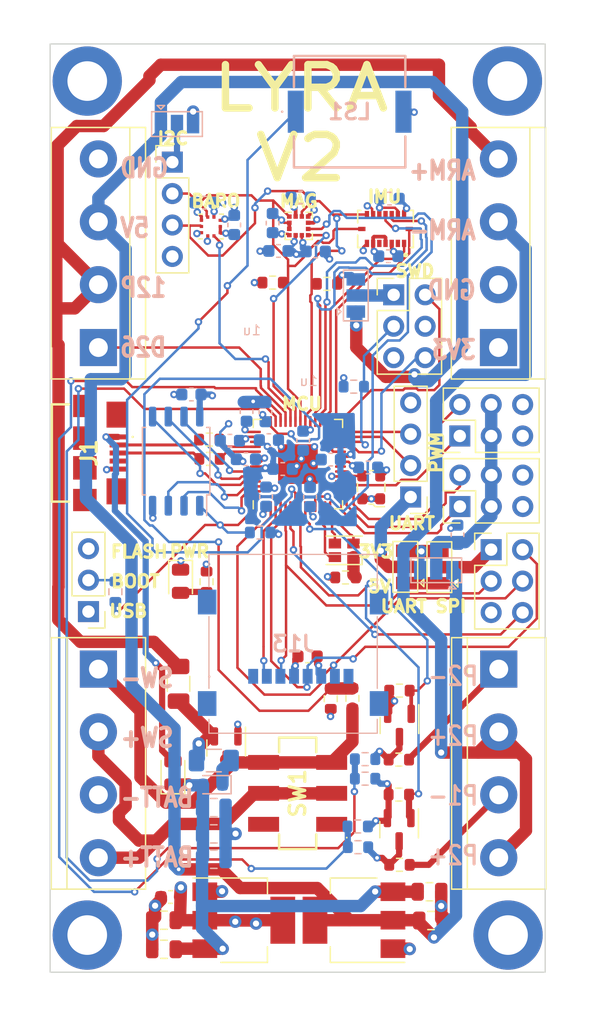
<source format=kicad_pcb>
(kicad_pcb (version 20221018) (generator pcbnew)
  (layers (0 "F.Cu" signal) (1 "In1.Cu" signal) (2 "In2.Cu" signal) (31 "B.Cu" signal) (34 "B.Paste" user) (35 "F.Paste" user) (36 "B.SilkS" user "B.Silkscreen") (37 "F.SilkS" user "F.Silkscreen") (38 "B.Mask" user) (39 "F.Mask" user) (44 "Edge.Cuts" user))
  (net 0 "")
  (net 1 "+12V")
  (net 2 "GND")
  (net 3 "+3V3")
  (net 4 "+5V")
  (net 5 "/SERVO PWR")
  (net 6 "Net-(U3-C1)")
  (net 7 "+1V1")
  (net 8 "VBUS")
  (net 9 "Net-(D2-A)")
  (net 10 "Net-(D3-A)")
  (net 11 "/LEDRED")
  (net 12 "/LEDGREEN")
  (net 13 "/LEDBLUE")
  (net 14 "Net-(Q1-S)")
  (net 15 "+12P")
  (net 16 "Net-(F2-Pad2)")
  (net 17 "/USB_D-")
  (net 18 "/USB_D+")
  (net 20 "/GPIO26")
  (net 21 "+BATT")
  (net 22 "/SPI PWR")
  (net 23 "/SPI0 SCLK")
  (net 24 "/SPI0 MOSI")
  (net 25 "/SPI0 MISO")
  (net 26 "/BRKOUT CS")
  (net 27 "/PYRO PWR")
  (net 28 "/P2-")
  (net 29 "/P1-")
  (net 30 "/SWD PWR")
  (net 31 "/SWCLK")
  (net 32 "/SWD")
  (net 33 "/RUN")
  (net 34 "/SERVO4")
  (net 35 "/SERVO3")
  (net 36 "/SERVO2")
  (net 37 "/SERVO1")
  (net 38 "/I2C PWR")
  (net 39 "/I2C1 SDA")
  (net 40 "/I2C1 SCL")
  (net 41 "/UART PWR")
  (net 42 "/UART0 TX")
  (net 43 "/UART0 RX")
  (net 44 "/BOOTSEL")
  (net 46 "/SD CS")
  (net 52 "/BUZZER")
  (net 53 "/P2 EN")
  (net 54 "Net-(Q2-D)")
  (net 55 "/P1 EN")
  (net 56 "Net-(Q3-D)")
  (net 57 "/P1 CONT")
  (net 58 "/P2 CONT")
  (net 59 "/BATT SENSE")
  (net 60 "/QSPI_SS")
  (net 61 "/RP USB_D+")
  (net 62 "/RP USB_D-")
  (net 65 "/MAG INT")
  (net 66 "/MAG DRDY")
  (net 67 "/BARO INT")
  (net 68 "/QSPI_SD1")
  (net 69 "/QSPI_SD2")
  (net 70 "/QSPI_SDO")
  (net 71 "/QSPI_SCLK")
  (net 72 "/QSPI_SD3")
  (net 73 "/XIN")
  (net 75 "/ACCEL INT1")
  (net 76 "/ACCEL INT2")
  (net 77 "/GYRO INT3")
  (net 78 "/GYRO INT4")
  (net 81 "+12VA")
  (footprint "Connector_PinHeader_2.54mm:PinHeader_2x03_P2.54mm_Vertical" (layer "F.Cu") (at 135.535 103.01)
    (fp_text reference "J4")
    (fp_text value "Conn_02x03_Odd_Even")
  )
  (footprint "Connector_PinHeader_2.54mm:PinHeader_1x03_P2.54mm_Vertical" (layer "F.Cu") (at 102.9984 108.013999 180)
    (fp_text reference "J12")
    (fp_text value "Conn_01x03")
  )
  (footprint "Diode_SMD:D_0805_2012Metric" (layer "F.Cu") (at 109.825 121.05 90)
    (fp_text reference "D1")
    (fp_text value "D_Small")
  )
  (footprint "SnapEDA Library:XDCR_BMP390L" (layer "F.Cu") (at 112.8875 76.9)
    (fp_text reference "U4")
    (fp_text value "BMP390L")
  )
  (footprint "Package_TO_SOT_SMD:SOT-23" (layer "F.Cu") (at 128.1 125.6375 -90)
    (fp_text reference "Q3")
    (fp_text value "BSS138")
  )
  (footprint "Capacitor_SMD:C_0603_1608Metric" (layer "F.Cu") (at 120.7008 111.633 180)
    (fp_text reference "C14")
    (fp_text value "1u")
  )
  (footprint "Package_TO_SOT_SMD:SOT-223-3_TabPin2" (layer "F.Cu") (at 115.55 132.95)
    (fp_text reference "U1")
    (fp_text value "AZ1117-3.3")
  )
  (footprint "Package_LGA:LGA-12_2x2mm_P0.5mm" (layer "F.Cu") (at 119.9875 76.85)
    (fp_text reference "U3")
    (fp_text value "LIS3MDL")
  )
  (footprint "Connector_PinHeader_2.54mm:PinHeader_1x04_P2.54mm_Vertical" (layer "F.Cu") (at 109.775 71.7)
    (fp_text reference "J10")
    (fp_text value "Conn_01x04")
  )
  (footprint "LED_SMD:LED_0805_2012Metric" (layer "F.Cu") (at 110.4392 105.5624 -90)
    (fp_text reference "D2")
    (fp_text value "LED")
  )
  (footprint "Resistor_SMD:R_0603_1608Metric" (layer "F.Cu") (at 128.125 114.4)
    (fp_text reference "R2")
    (fp_text value "470R")
  )
  (footprint "TerminalBlock:TerminalBlock_bornier-4_P5.08mm" (layer "F.Cu") (at 136.15 112.66 -90)
    (fp_text reference "J6")
    (fp_text value "Screw_Terminal_01x04")
  )
  (footprint "Capacitor_SMD:C_0805_2012Metric" (layer "F.Cu") (at 130.55 130.65)
    (fp_text reference "C4")
    (fp_text value "10u")
  )
  (footprint "Resistor_SMD:R_0603_1608Metric" (layer "F.Cu") (at 128.075 119.975 180)
    (fp_text reference "R4")
    (fp_text value "10R")
  )
  (footprint "Connector_PinHeader_2.54mm:PinHeader_1x04_P2.54mm_Vertical" (layer "F.Cu") (at 129.032 98.7552 180)
    (fp_text reference "J11")
    (fp_text value "Conn_01x04")
  )
  (footprint "SamacSys_Parts:JS202011SCQN" (layer "F.Cu") (at 119.9 122.7 90)
    (fp_text reference "SW1")
    (fp_text value "SW_Push_DPDT" hide)
  )
  (footprint "LED_SMD:LED_Cree-PLCC4_2x2mm_CW" (layer "F.Cu") (at 123.6592 103.0644 180)
    (fp_text reference "D3")
    (fp_text value "CLV1L-FKB")
  )
  (footprint "MountingHole:MountingHole_3.2mm_M3_DIN965_Pad" (layer "F.Cu") (at 136.9 134.15)
    (fp_text reference "H3")
    (fp_text value "MountingHole_Pad")
  )
  (footprint "Resistor_SMD:R_0603_1608Metric" (layer "F.Cu") (at 124.325 115.025 90)
    (fp_text reference "R10")
    (fp_text value "20k")
  )
  (footprint "TerminalBlock:TerminalBlock_bornier-4_P5.08mm" (layer "F.Cu") (at 103.8 112.66 -90)
    (fp_text reference "J3")
    (fp_text value "Screw_Terminal_01x04")
  )
  (footprint "MountingHole:MountingHole_3.2mm_M3_DIN965_Pad" (layer "F.Cu") (at 102.9 134.15)
    (fp_text reference "H4")
    (fp_text value "MountingHole_Pad")
  )
  (footprint "Resistor_SMD:R_0603_1608Metric" (layer "F.Cu") (at 128.075 122.8)
    (fp_text reference "R3")
    (fp_text value "470R")
  )
  (footprint "MountingHole:MountingHole_3.2mm_M3_DIN965_Pad" (layer "F.Cu") (at 136.85 65.15)
    (fp_text reference "H2")
    (fp_text value "MountingHole_Pad")
  )
  (footprint "Oscillator:Oscillator_SMD_ECS_2520MV-xxx-xx-4Pin_2.5x2.0mm" (layer "F.Cu") (at 125.8432 97.9784 180)
    (fp_text reference "X1")
    (fp_text value "ECS-2520MV-xxx-xx")
  )
  (footprint "Package_TO_SOT_SMD:SOT-23" (layer "F.Cu") (at 114.125 119.0375 -90)
    (fp_text reference "Q1")
    (fp_text value "AO3401A")
  )
  (footprint "TerminalBlock:TerminalBlock_bornier-4_P5.08mm" (layer "F.Cu") (at 136.125 86.68 90)
    (fp_text reference "J5")
    (fp_text value "Screw_Terminal_01x04")
  )
  (footprint "Resistor_SMD:R_0603_1608Metric" (layer "F.Cu") (at 122.2756 81.534 180)
    (fp_text reference "R18")
    (fp_text value "2k2")
  )
  (footprint "Package_TO_SOT_SMD:SOT-223-3_TabPin2" (layer "F.Cu") (at 124.45 132.95 180)
    (fp_text reference "U2")
    (fp_text value "AZ1117-5.0")
  )
  (footprint "Capacitor_SMD:C_0805_2012Metric" (layer "F.Cu") (at 130.675 132.975)
    (fp_text reference "C8")
    (fp_text value "22u")
  )
  (footprint "Jumper:SolderJumper-3_P1.3mm_Open_Pad1.0x1.5mm" (layer "F.Cu") (at 128.6 104.4 90)
    (fp_text reference "JP4")
    (fp_text value "SolderJumper_3_Open")
  )
  (footprint "SnapEDA Library:PQFN50P450X300X100-16N" (layer "F.Cu") (at 127 77.1 180)
    (fp_text reference "U7")
    (fp_text value "BMI088")
  )
  (footprint "Resistor_SMD:R_0603_1608Metric" (layer "F.Cu") (at 112.5392 105.5999 90)
    (fp_text reference "R1")
    (fp_text value "1k")
  )
  (footprint "Capacitor_SMD:C_0603_1608Metric" (layer "F.Cu") (at 109.625 131.075 180)
    (fp_text reference "C3")
    (fp_text value "1u")
  )
  (footprint "Capacitor_SMD:C_0805_2012Metric" (layer "F.Cu") (at 109.1 132.95 180)
    (fp_text reference "C2")
    (fp_text value "22u")
  )
  (footprint "Resistor_SMD:R_0603_1608Metric" (layer "F.Cu") (at 117.8814 81.4324)
    (fp_text reference "R17")
    (fp_text value "2k2")
  )
  (footprint "MountingHole:MountingHole_3.2mm_M3_DIN965_Pad" (layer "F.Cu") (at 102.9 65.15)
    (fp_text reference "H1")
    (fp_text value "MountingHole_Pad")
  )
  (footprint "SamacSys_Parts:101181920001LF" (layer "F.Cu") (at 102.8226 95.2004 -90)
    (fp_text reference "J1")
    (fp_text value "USB_B_Micro" hide)
  )
  (footprint "Resistor_SMD:R_0603_1608Metric" (layer "F.Cu") (at 112.7815 95.6784)
    (fp_text reference "R15")
    (fp_text value "27R")
  )
  (footprint "Resistor_SMD:R_0603_1608Metric" (layer "F.Cu") (at 123.762 105.2576 180)
    (fp_text reference "R12")
    (fp_text value "R_Small")
  )
  (footprint "Connector_PinHeader_2.54mm:PinHeader_2x03_P2.54mm_Vertical" (layer "F.Cu") (at 133.01 99.525 90)
    (fp_text reference "J9")
    (fp_text value "Conn_02x03_Odd_Even")
  )
  (footprint "Package_DFN_QFN:QFN-56-1EP_7x7mm_P0.4mm_EP3.2x3.2mm" (layer "F.Cu") (at 119.9219 96.0976 90)
    (fp_text reference "U6")
    (fp_text value "RP2040")
  )
  (footprint "TerminalBlock:TerminalBlock_bornier-4_P5.08mm" (layer "F.Cu") (at 103.8 86.68 90)
    (fp_text reference "J2")
    (fp_text value "Screw_Terminal_01x04")
  )
  (footprint "Connector_PinHeader_2.54mm:PinHeader_2x03_P2.54mm_Vertical" (layer "F.Cu") (at 127.66 82.42)
    (fp_text reference "J7")
    (fp_text value "Conn_02x03_Odd_Even")
  )
  (footprint "Capacitor_SMD:C_0805_2012Metric" (layer "F.Cu") (at 109.1 135.3 180)
    (fp_text reference "C1")
    (fp_text value "10u")
  )
  (footprint "Fuse:Fuse_1206_3216Metric" (layer "F.Cu") (at 110.275 113.85 90)
    (fp_text reference "F1")
    (fp_text value "2a")
  )
  (footprint "Package_TO_SOT_SMD:SOT-23" (layer "F.Cu") (at 128.125 117.2125 -90)
    (fp_text reference "Q2")
    (fp_text value "BSS138")
  )
  (footprint "Connector_PinHeader_2.54mm:PinHeader_2x03_P2.54mm_Vertical" (layer "F.Cu") (at 133 93.825 90)
    (fp_text reference "J8")
    (fp_text value "Conn_02x03_Odd_Even")
  )
  (footprint "Jumper:SolderJumper-3_P1.3mm_Open_Pad1.0x1.5mm" (layer "F.Cu") (at 131.35 104.425 90)
    (fp_text reference "JP3")
    (fp_text value "SolderJumper_3_Open")
  )
  (footprint "Resistor_SMD:R_0603_1608Metric" (layer "F.Cu") (at 128.125 128.475 180)
    (fp_text reference "R5")
    (fp_text value "10R")
  )
  (footprint "Resistor_SMD:R_0603_1608Metric" (layer "F.Cu") (at 112.7591 94.1164 180)
    (fp_text reference "R16")
    (fp_text value "27R")
  )
  (footprint "Resistor_SMD:R_0603_1608Metric" (layer "F.Cu") (at 122.575 115.05 -90)
    (fp_text reference "R11")
    (fp_text value "6k")
  )
  (footprint "Jumper:SolderJumper-3_P1.3mm_Open_Pad1.0x1.5mm" (layer "B.Cu") (at 124.6 82.475 90)
    (fp_text reference "JP5")
    (fp_text value "SolderJumper_3_Open")
  )
  (footprint "Capacitor_SMD:C_0603_1608Metric" (layer "B.Cu") (at 127.325 74.65)
    (fp_text reference "C26")
    (fp_text value "100nf")
  )
  (footprint "Capacitor_SMD:C_0603_1608Metric" (layer "B.Cu") (at 117.875 76.625 90)
    (fp_text reference "C12")
    (fp_text value "100n")
  )
  (footprint "Capacitor_SMD:C_0603_1608Metric" (layer "B.Cu") (at 120.3452 94.2086 -90)
    (fp_text reference "C25")
    (fp_text value "100n")
  )
  (footprint "Package_SO:SOIC-8_5.23x5.23mm_P1.27mm" (layer "B.Cu") (at 110.0836 95.8596 90)
    (fp_text reference "U5")
    (fp_text value "W25Q128JVS")
  )
  (footprint "Capacitor_SMD:C_0603_1608Metric" (layer "B.Cu") (at 121.3612 78.9178)
    (fp_text reference "C13")
    (fp_text value "100n")
  )
  (footprint "Resistor_SMD:R_0603_1608Metric" (layer "B.Cu") (at 125.349 121.5138)
    (fp_text reference "R7")
    (fp_text value "6k")
  )
  (footprint "Capacitor_SMD:C_0603_1608Metric" (layer "B.Cu") (at 127.225 79.3 180)
    (fp_text reference "C28")
    (fp_text value "100nf")
  )
  (footprint "Capacitor_SMD:C_0603_1608Metric" (layer "B.Cu") (at 112.375 74.975 180)
    (fp_text reference "C16")
    (fp_text value "100n")
  )
  (footprint "Capacitor_SMD:C_0603_1608Metric" (layer "B.Cu") (at 118.35 78.875 180)
    (fp_text reference "C11")
    (fp_text value "100n")
  )
  (footprint "Capacitor_SMD:C_0603_1608Metric" (layer "B.Cu") (at 111.3158 90.4748 180)
    (fp_text reference "C18")
    (fp_text value "100n")
  )
  (footprint "Jumper:SolderJumper-3_P1.3mm_Open_Pad1.0x1.5mm" (layer "B.Cu") (at 110.15 68.625)
    (fp_text reference "JP2")
    (fp_text value "SolderJumper_3_Open")
  )
  (footprint "SamacSys_Parts:MEM20670218000A" (layer "B.Cu") (at 119.5324 115.443 180)
    (fp_text reference "J13")
    (fp_text value "MEM2067-02-180-00-A" hide)
  )
  (footprint "Resistor_SMD:R_0603_1608Metric" (layer "B.Cu") (at 124.775 127.05 180)
    (fp_text reference "R8")
    (fp_text value "20k")
  )
  (footprint "Capacitor_SMD:C_0805_2012Metric" (layer "B.Cu") (at 113.125 128.025)
    (fp_text reference "C5")
    (fp_text value "10u")
  )
  (footprint "Resistor_SMD:R_0603_1608Metric" (layer "B.Cu") (at 105.1734 106.409 90)
    (fp_text reference "R13")
    (fp_text value "1k")
  )
  (footprint "SamacSys_Parts:PKMCS0909E4000R1" (layer "B.Cu") (at 124.1 67.625)
    (fp_text reference "LS1")
    (fp_text value "PKMCS0909E4000-R1" hide)
  )
  (footprint "Resistor_SMD:R_0603_1608Metric" (layer "B.Cu") (at 125.349 119.9388 180)
    (fp_text reference "R6")
    (fp_text value "20k")
  )
  (footprint "Capacitor_SMD:C_0603_1608Metric" (layer "B.Cu") (at 125.5906 96.3676)
    (fp_text reference "C23")
    (fp_text value "100n")
  )
  (footprint "Capacitor_SMD:C_0603_1608Metric" (layer "B.Cu") (at 117.348 98.7298 90)
    (fp_text reference "C30")
    (fp_text value "100n")
  )
  (footprint "Jumper:SolderJumper-3_P1.3mm_Open_Pad1.0x1.5mm" (layer "B.Cu") (at 131.1 104.675 180)
    (fp_text reference "JP1")
    (fp_text value "SolderJumper_3_Open")
  )
  (footprint "Capacitor_SMD:C_0603_1608Metric" (layer "B.Cu") (at 115.7732 91.8588 90)
    (fp_text reference "C29")
    (fp_text value "100n")
  )
  (footprint "Capacitor_SMD:C_0603_1608Metric" (layer "B.Cu") (at 122.5804 95.7326 180)
    (fp_text reference "C17")
    (fp_text value "100n")
  )
  (footprint "Fuse:Fuse_1206_3216Metric" (layer "B.Cu") (at 113.125 120.05)
    (fp_text reference "F2")
    (fp_text value "200ma")
  )
  (footprint "Resistor_SMD:R_0603_1608Metric" (layer "B.Cu") (at 116.8654 101.6254 180)
    (fp_text reference "R14")
    (fp_text value "DNF")
  )
  (footprint "Capacitor_SMD:C_0603_1608Metric" (layer "B.Cu") (at 114.775 76.775 -90)
    (fp_text reference "C19")
    (fp_text value "100n")
  )
  (footprint "Capacitor_SMD:C_0603_1608Metric" (layer "B.Cu") (at 118.6942 96.4946)
    (fp_text reference "C15")
    (fp_text value "100n")
  )
  (footprint "Diode_SMD:D_0603_1608Metric" (layer "B.Cu") (at 113.0375 122 180)
    (fp_text reference "FB1")
    (fp_text value "FerriteBead_Small")
  )
  (footprint "Capacitor_SMD:C_0603_1608Metric" (layer "B.Cu") (at 132.8166 101.8032 90)
    (fp_text reference "C9")
    (fp_text value "1u")
  )
  (footprint "Capacitor_SMD:C_0805_2012Metric" (layer "B.Cu") (at 113.125 125.975)
    (fp_text reference "C6")
    (fp_text value "10u")
  )
  (footprint "Capacitor_SMD:C_0603_1608Metric" (layer "B.Cu") (at 117.5766 94.1578)
    (fp_text reference "C20")
    (fp_text value "1u")
  )
  (footprint "Resistor_SMD:R_0603_1608Metric" (layer "B.Cu") (at 124.4346 89.8398)
    (fp_text reference "R19")
    (fp_text value "10k")
  )
  (footprint "Resistor_SMD:R_0603_1608Metric" (layer "B.Cu") (at 124.749999 125.375)
    (fp_text reference "R9")
    (fp_text value "6k")
  )
  (footprint "Capacitor_SMD:C_0603_1608Metric" (layer "B.Cu") (at 115.7224 95.7072 180)
    (fp_text reference "C27")
    (fp_text value "100n")
  )
  (footprint "Capacitor_SMD:C_0603_1608Metric" (layer "B.Cu") (at 117.2972 91.8972 90)
    (fp_text reference "C22")
    (fp_text value "100n")
  )
  (footprint "Capacitor_SMD:C_0805_2012Metric" (layer "B.Cu") (at 113.125 123.85)
    (fp_text reference "C7")
    (fp_text value "1u")
  )
  (footprint "Capacitor_SMD:C_0603_1608Metric" (layer "B.Cu") (at 114.427 94.2086 180)
    (fp_text reference "C21")
    (fp_text value "1u")
  )
  (footprint "Capacitor_SMD:C_0603_1608Metric" (layer "B.Cu") (at 120.904 98.7552 90)
    (fp_text reference "C24")
    (fp_text value "100n")
  )
  (footprint "Capacitor_SMD:C_0603_1608Metric" (layer "B.Cu") (at 120.142 74.549 180)
    (fp_text reference "C10")
    (fp_text value "1u")
  )
  (gr_rect locked (start 99.9 62.15) (end 139.9 137.15) (stroke (width 0.1)) (fill none) (layer "Edge.Cuts"))
  (gr_text "ARM+\n\nARM-\n\nGND\n\n3V3" (at 134.45 87.75) (layer "B.SilkS") (effects (font (size 1.5 1.25) (thickness 0.3125) bold) (justify left bottom mirror)))
  (gr_text "GND\n\n5V\n\n12P\n\nD26" (at 105.4 87.55) (layer "B.SilkS") (effects (font (size 1.5 1.25) (thickness 0.3125) bold) (justify right bottom mirror)))
  (gr_text "P2-\n\nP2+\n\nP1-\n\nP2+" (at 130.3 128.6) (layer "B.SilkS") (effects (font (size 1.5 1.25) (thickness 0.25) bold) (justify right bottom mirror)))
  (gr_text "SW-\n\nSW+\n\nBATT-\n\nBATT+\n" (at 105.45 128.75) (layer "B.SilkS") (effects (font (size 1.5 1.25) (thickness 0.3125) bold) (justify right bottom mirror)))
  (gr_text "1u\n" (at 117 85.75) (layer "B.SilkS") (effects (font (size 0.8 0.8) (thickness 0.1) bold) (justify left bottom mirror)))
  (gr_text "1u\n" (at 121.6 89.85) (layer "B.SilkS") (effects (font (size 0.8 0.8) (thickness 0.1) bold) (justify left bottom mirror)))
  (gr_text "PWR" (at 109.4232 103.7336) (layer "F.SilkS") (effects (font (size 1 1) (thickness 0.25) bold) (justify left bottom)))
  (gr_text "BARO" (at 111.175 75.425) (layer "F.SilkS") (effects (font (size 1 1) (thickness 0.25) bold) (justify left bottom)))
  (gr_text "LYRA\nV2" (at 120.15942 73.415) (layer "F.SilkS") (effects (font (size 3.5 4) (thickness 0.6)) (justify bottom)))
  (gr_text "BOOT" (at 104.6984 106.159) (layer "F.SilkS") (effects (font (size 1 1) (thickness 0.25) bold) (justify left bottom)))
  (gr_text "MCU" (at 118.491 91.821) (layer "F.SilkS") (effects (font (size 1 1) (thickness 0.25) bold) (justify left bottom)))
  (gr_text "UART SPI\n" (at 126.475 108.175) (layer "F.SilkS") (effects (font (size 1 1) (thickness 0.25) bold) (justify left bottom)))
  (gr_text "PWM" (at 131.68 96.955 90) (layer "F.SilkS") (effects (font (size 1 1) (thickness 0.25) bold) (justify left bottom)))
  (gr_text "5V" (at 125.45 106.575) (layer "F.SilkS") (effects (font (size 1 1) (thickness 0.25) bold) (justify left bottom)))
  (gr_text "IMU" (at 125.425 75.075) (layer "F.SilkS") (effects (font (size 1 1) (thickness 0.25) bold) (justify left bottom)))
  (gr_text "SWD" (at 127.66 81.09) (layer "F.SilkS") (effects (font (size 1 1) (thickness 0.25) bold) (justify left bottom)))
  (gr_text "3V3" (at 124.675 103.75) (layer "F.SilkS") (effects (font (size 1 1) (thickness 0.25) bold) (justify left bottom)))
  (gr_text "I2C" (at 108.445 70.37) (layer "F.SilkS") (effects (font (size 1 1) (thickness 0.25) bold) (justify left bottom)))
  (gr_text "FLASH\n" (at 104.6734 103.759) (layer "F.SilkS") (effects (font (size 1 1) (thickness 0.25) bold) (justify left bottom)))
  (gr_text "UART" (at 127.125 101.475) (layer "F.SilkS") (effects (font (size 1 1) (thickness 0.25) bold) (justify left bottom)))
  (gr_text "MAG" (at 118.325 75.45) (layer "F.SilkS") (effects (font (size 1 1) (thickness 0.25) bold) (justify left bottom)))
  (gr_text "USB" (at 104.5484 108.559) (layer "F.SilkS") (effects (font (size 1 1) (thickness 0.25) bold) (justify left bottom)))
  (segment (start 122.65 120.2) (end 117.15 120.2) (width 1) (layer "F.Cu") (net 1))
  (segment (start 107.2 121.397164) (end 107.2 116.06) (width 1) (layer "F.Cu") (net 1))
  (segment (start 114.35 120.544457) (end 111.450457 123.444) (width 1) (layer "F.Cu") (net 1))
  (segment (start 111.450457 123.444) (end 109.246836 123.444) (width 1) (layer "F.Cu") (net 1))
  (segment (start 114.35 120.2) (end 114.35 120.544457) (width 1) (layer "F.Cu") (net 1))
  (segment (start 117.15 120.2) (end 114.35 120.2) (width 1) (layer "F.Cu") (net 1))
  (segment (start 109.246836 123.444) (end 107.2 121.397164) (width 1) (layer "F.Cu") (net 1))
  (segment (start 107.2 116.06) (end 103.8 112.66) (width 1) (layer "F.Cu") (net 1))
  (segment (start 114.35 120.2) (end 114.125 119.975) (width 1) (layer "F.Cu") (net 1))
  (segment (start 124.325 118.525) (end 124.325 115.85) (width 1) (layer "F.Cu") (net 1))
  (segment (start 122.65 120.2) (end 124.325 118.525) (width 1) (layer "F.Cu") (net 1))
  (segment (start 114.0968 77.4446) (end 113.6946 77.4446) (width 0.254) (layer "F.Cu") (net 2))
  (segment (start 127.3 114.812898) (end 127.3 114.4) (width 0.5) (layer "F.Cu") (net 2))
  (segment (start 112.125 76.0824) (end 111.7854 75.7428) (width 0.254) (layer "F.Cu") (net 2))
  (segment (start 126.925 77.72) (end 126.075 77.72) (width 0.3) (layer "F.Cu") (net 2))
  (segment (start 119.225 76.6) (end 119.225 77.0454) (width 0.3) (layer "F.Cu") (net 2))
  (segment (start 127.175 115.791702) (end 127.726902 115.2398) (width 0.5) (layer "F.Cu") (net 2))
  (segment (start 127 77.795) (end 126.925 77.72) (width 0.3) (layer "F.Cu") (net 2))
  (segment (start 125.6698 75.2348) (end 125.5268 75.2348) (width 0.2) (layer "F.Cu") (net 2))
  (segment (start 125.916358 75.481358) (end 125.6698 75.2348) (width 0.2) (layer "F.Cu") (net 2))
  (segment (start 122.6754 97.0976) (end 122.6566 97.0788) (width 0.2) (layer "F.Cu") (net 2))
  (segment (start 118.8148 76.6) (end 119.225 76.6) (width 0.2) (layer "F.Cu") (net 2))
  (segment (start 127.6 135.25) (end 128.9254 135.25) (width 1) (layer "F.Cu") (net 2))
  (segment (start 126.5682 97.0534) (end 126.5936 97.0534) (width 0.5) (layer "F.Cu") (net 2))
  (segment (start 108.85 131.075) (end 108.85 131.307) (width 1) (layer "F.Cu") (net 2))
  (segment (start 121.446811 76.335715) (end 121.182526 76.6) (width 0.3) (layer "F.Cu") (net 2))
  (segment (start 126.2126 124.9172) (end 126.9328 124.9172) (width 0.5) (layer "F.Cu") (net 2))
  (segment (start 115.075 117.1324) (end 115.062 117.1194) (width 0.5) (layer "F.Cu") (net 2))
  (segment (start 108.15 134.1088) (end 108.1532 134.112) (width 1) (layer "F.Cu") (net 2))
  (segment (start 110.4392 103.9368) (end 110.4646 103.9114) (width 0.2) (layer "F.Cu") (net 2))
  (segment (start 127.175 116.275) (end 127.175 115.791702) (width 0.5) (layer "F.Cu") (net 2))
  (segment (start 131.4958 131.8006) (end 131.5 131.8048) (width 1) (layer "F.Cu") (net 2))
  (segment (start 121.4758 111.633) (end 121.4758 112.2556) (width 0.5) (layer "F.Cu") (net 2))
  (segment (start 108.3818 132.7182) (end 108.15 132.95) (width 1) (layer "F.Cu") (net 2))
  (segment (start 108.85 131.307) (end 108.3818 131.7752) (width 1) (layer "F.Cu") (net 2))
  (segment (start 126 75.935) (end 125.916358 75.851358) (width 0.2) (layer "F.Cu") (net 2))
  (segment (start 111.83 77.4) (end 111.76 77.47) (width 0.254) (layer "F.Cu") (net 2))
  (segment (start 108.15 132.95) (end 108.15 134.1088) (width 1) (layer "F.Cu") (net 2))
  (segment (start 126.075 77.72) (end 126 77.795) (width 0.3) (layer "F.Cu") (net 2))
  (segment (start 119.9219 96.0976) (end 119.9219 96.0289) (width 0.2) (layer "F.Cu") (net 2))
  (segment (start 126 78.8322) (end 126 78.265) (width 0.3) (layer "F.Cu") (net 2))
  (segment (start 127 78.265) (end 127 77.795) (width 0.3) (layer "F.Cu") (net 2))
  (segment (start 121.182526 76.6) (end 120.75 76.6) (width 0.3) (layer "F.Cu") (net 2))
  (segment (start 127.726902 115.2398) (end 127.3 114.812898) (width 0.5) (layer "F.Cu") (net 2))
  (segment (start 131.5 132.85) (end 131.625 132.975) (width 1) (layer "F.Cu") (net 2))
  (segment (start 104.5152 96.5004) (end 104.4702 96.5454) (width 0.2) (layer "F.Cu") (net 2))
  (segment (start 115.075 118.1) (end 115.075 117.1324) (width 0.5) (layer "F.Cu") (net 2))
  (segment (start 113.6946 77.4446) (end 113.65 77.4) (width 0.254) (layer "F.Cu") (net 2))
  (segment (start 131.5 131.8048) (end 131.5 132.85) (width 1) (layer "F.Cu") (net 2))
  (segment (start 127.25 122.043) (end 127.127 121.92) (width 0.5) (layer "F.Cu") (net 2))
  (segment (start 123.3594 97.0976) (end 122.6754 97.0976) (width 0.2) (layer "F.Cu") (net 2))
  (segment (start 127.3 116.15) (end 127.175 116.275) (width 0.5) (layer "F.Cu") (net 2))
  (segment (start 131.5 130.65) (end 131.5 131.7964) (width 1) (layer "F.Cu") (net 2))
  (segment (start 127.25 122.8) (end 127.25 122.043) (width 0.5) (layer "F.Cu") (net 2))
  (segment (start 120.1928 95.758) (end 120.1928 95.6564) (width 0.2) (layer "F.Cu") (net 2))
  (segment (start 127.25 122.8) (end 127.25 124.6) (width 0.5) (layer "F.Cu") (net 2))
  (segment (start 108.1532 134.112) (end 108.1532 135.2968) (width 1) (layer "F.Cu") (net 2))
  (segment (start 118.5926 76.3778) (end 118.8148 76.6) (width 0.2) (layer "F.Cu") (net 2))
  (segment (start 112.125 77.4) (end 111.83 77.4) (width 0.254) (layer "F.Cu") (net 2))
  (segment (start 128.9254 135.25) (end 128.9558 135.2804) (width 1) (layer "F.Cu") (net 2))
  (segment (start 128.5 75.6398) (end 128.5 75.935) (width 0.3) (layer "F.Cu") (net 2))
  (segment (start 127.25 124.6) (end 127.15 124.7) (width 0.5) (layer "F.Cu") (net 2))
  (segment (start 120.2944 95.6564) (end 121.2596 94.6912) (width 0.2) (layer "F.Cu") (net 2))
  (segment (start 105.3826 96.5004) (end 104.5152 96.5004) (width 0.2) (layer "F.Cu") (net 2))
  (segment (start 131.5 131.7964) (end 131.4958 131.8006) (width 1) (layer "F.Cu") (net 2))
  (segment (start 120.1928 95.6564) (end 120.2944 95.6564) (width 0.2) (layer "F.Cu") (net 2))
  (segment (start 119.9219 96.0289) (end 120.1928 95.758) (width 0.2) (layer "F.Cu") (net 2))
  (segment (start 122.575 115.875) (end 122.575 116.4644) (width 0.5) (layer "F.Cu") (net 2))
  (segment (start 122.575 116.4644) (end 122.555 116.4844) (width 0.5) (layer "F.Cu") (net 2))
  (segment (start 125.916358 75.851358) (end 125.916358 75.481358) (width 0.2) (layer "F.Cu") (net 2))
  (segment (start 112.125 76.4) (end 112.125 76.0824) (width 0.254) (layer "F.Cu") (net 2))
  (segment (start 127.3 114.4) (end 127.3 116.15) (width 0.5) (layer "F.Cu") (net 2))
  (segment (start 126.9328 124.9172) (end 127.15 124.7) (width 0.5) (layer "F.Cu") (net 2))
  (segment (start 126.5936 97.0534) (end 127.0762 96.5708) (width 0.5) (layer "F.Cu") (net 2))
  (segment (start 126.0856 78.9178) (end 126 78.8322) (width 0.3) (layer "F.Cu") (net 2))
  (segment (start 128.7018 75.438) (end 128.5 75.6398) (width 0.3) (layer "F.Cu") (net 2))
  (segment (start 113.65 76.9) (end 113.65 77.4) (width 0.254) (layer "F.Cu") (net 2))
  (segment (start 113.7488 130.65) (end 113.792 130.6068) (width 1) (layer "F.Cu") (net 2))
  (segment (start 121.4758 112.2556) (end 121.5898 112.3696) (width 0.5) (layer "F.Cu") (net 2))
  (segment (start 112.4 130.65) (end 113.7488 130.65) (width 1) (layer "F.Cu") (net 2))
  (segment (start 108.3818 131.7752) (end 108.3818 132.7182) (width 1) (layer "F.Cu") (net 2))
  (segment (start 110.4392 104.6249) (end 110.4392 103.9368) (width 0.2) (layer "F.Cu") (net 2))
  (segment (start 119.7375 75.4653) (end 119.7375 76.0875) (width 0.3) (layer "F.Cu") (net 2))
  (segment (start 119.6086 75.3364) (end 119.7375 75.4653) (width 0.3) (layer "F.Cu") (net 2))
  (segment (start 126 77.795) (end 126 78.265) (width 0.3) (layer "F.Cu") (net 2))
  (segment (start 108.1532 135.2968) (end 108.15 135.3) (width 1) (layer "F.Cu") (net 2))
  (via (at 114.8842 125.9586) (size 1) (drill 0.5) (layers "F.Cu" "B.Cu") (net 2))
  (via (at 118.5672 94.6912) (size 0.6) (drill 0.3) (layers "F.Cu" "B.Cu") (net 2))
  (via (at 125.5268 75.2348) (size 0.6) (drill 0.3) (layers "F.Cu" "B.Cu") (net 2))
  (via (at 108.1532 134.112) (size 1) (drill 0.5) (layers "F.Cu" "B.Cu") (net 2))
  (via (at 132.280491 101.27748) (size 0.6) (drill 0.3) (layers "F.Cu" "B.Cu") (net 2))
  (via (at 111.76 77.47) (size 0.6) (drill 0.3) (layers "F.Cu" "B.Cu") (net 2))
  (via (at 109.9058 90.4748) (size 0.6) (drill 0.3) (layers "F.Cu" "B.Cu") (net 2))
  (via (at 131.4958 131.8006) (size 1) (drill 0.5) (layers "F.Cu" "B.Cu") (net 2))
  (via (at 127.0762 96.5708) (size 0.6) (drill 0.3) (layers "F.Cu" "B.Cu") (net 2))
  (via (at 129.3114 67.6656) (size 0.6) (drill 0.3) (layers "F.Cu" "B.Cu") (net 2))
  (via (at 116.8654 78.8924) (size 0.6) (drill 0.3) (layers "F.Cu" "B.Cu") (net 2))
  (via (at 122.4788 79.5274) (size 0.6) (drill 0.3) (layers "F.Cu" "B.Cu") (net 2))
  (via (at 119.6086 75.3364) (size 0.6) (drill 0.3) (layers "F.Cu" "B.Cu") (net 2))
  (via (at 122.555 116.4844) (size 0.6) (drill 0.3) (layers "F.Cu" "B.Cu") (net 2))
  (via (at 121.5898 112.3696) (size 0.6) (drill 0.3) (layers "F.Cu" "B.Cu") (net 2))
  (via (at 116.3066 91.0336) (size 0.6) (drill 0.3) (layers "F.Cu" "B.Cu") (net 2))
  (via (at 128.7018 75.438) (size 0.6) (drill 0.3) (layers "F.Cu" "B.Cu") (net 2))
  (via (at 115.062 117.1194) (size 0.6) (drill 0.3) (layers "F.Cu" "B.Cu") (net 2))
  (via (at 121.446811 76.335715) (size 0.6) (drill 0.3) (layers "F.Cu" "B.Cu") (net 2))
  (via (at 119.826788 96.252504) (size 0.6) (drill 0.3) (layers "F.Cu" "B.Cu") (net 2))
  (via (at 108.3818 131.7752) (size 1) (drill 0.5) (layers "F.Cu" "B.Cu") (net 2))
  (via (at 121.1834 96.0374) (size 0.6) (drill 0.3) (layers "F.Cu" "B.Cu") (net 2))
  (via (at 128.9558 135.2804) (size 1) (drill 0.5) (layers "F.Cu" "B.Cu") (net 2))
  (via (at 118.5926 76.3778) (size 0.6) (drill 0.3) (layers "F.Cu" "B.Cu") (net 2))
  (via (at 127.127 121.92) (size 0.6) (drill 0.3) (layers "F.Cu" "B.Cu") (net 2))
  (via (at 122.6566 97.0788) (size 0.6) (drill 0.3) (layers "F.Cu" "B.Cu") (net 2))
  (via (at 121.2596 94.6912) (size 0.6) (drill 0.3) (layers "F.Cu" "B.Cu") (net 2))
  (via (at 126.2126 124.9172) (size 0.6) (drill 0.3) (layers "F.Cu" "B.Cu") (net 2))
  (via (at 127.726902 115.2398) (size 0.6) (drill 0.3) (layers "F.Cu" "B.Cu") (net 2))
  (via (at 114.0968 77.4446) (size 0.6) (drill 0.3) (layers "F.Cu" "B.Cu") (net 2))
  (via (at 120.8786 97.3074) (size 0.6) (drill 0.3) (layers "F.Cu" "B.Cu") (net 2))
  (via (at 110.4646 103.9114) (size 0.6) (drill 0.3) (layers "F.Cu" "B.Cu") (net 2))
  (via (at 120.1928 95.6564) (size 0.6) (drill 0.3) (layers "F.Cu" "B.Cu") (net 2))
  (via (at 114.3254 92.837) (size 0.6) (drill 0.3) (layers "F.Cu" "B.Cu") (net 2))
  (via (at 104.4702 96.5454) (size 0.6) (drill 0.3) (layers "F.Cu" "B.Cu") (net 2))
  (via (at 118.0338 98.044) (size 0.6) (drill 0.3) (layers "F.Cu" "B.Cu") (net 2))
  (via (at 115.4684 95.885) (size 0.6) (drill 0.3) (layers "F.Cu" "B.Cu") (net 2))
  (via (at 111.7854 75.7428) (size 0.6) (drill 0.3) (layers "F.Cu" "B.Cu") (net 2))
  (via (at 108.204 100.457) (size 0.6) (drill 0.3) (layers "F.Cu" "B.Cu") (net 2))
  (via (at 126.0856 78.9178) (size 0.6) (drill 0.3) (layers "F.Cu" "B.Cu") (net 2))
  (via (at 113.792 130.6068) (size 1) (drill 0.5) (layers "F.Cu" "B.Cu") (net 2))
  (segment (start 128.7018 75.2518) (end 128.1 74.65) (width 0.3) (layer "B.Cu") (net 2))
  (segment (start 113.652 94.4118) (end 114.9474 95.7072) (width 0.5) (layer "B.Cu") (net 2))
  (segment (start 117.983 98.044) (end 117.8814 97.9424) (width 0.2) (layer "B.Cu") (net 2))
  (segment (start 110.5408 90.4748) (end 109.9058 90.4748) (width 0.5) (layer "B.Cu") (net 2))
  (segment (start 115.7853 91.0717) (end 117.2972 91.0717) (width 1) (layer "B.Cu") (net 2))
  (segment (start 132.969 101.0282) (end 132.529771 101.0282) (width 0.5) (layer "B.Cu") (net 2))
  (segment (start 126.259532 79.109532) (end 126.45 79.3) (width 0.3) (layer "B.Cu") (net 2))
  (segment (start 122.1362 78.9178) (end 122.1362 79.1848) (width 0.5) (layer "B.Cu") (net 2))
  (segment (start 114.075 123.85) (end 114.075 128.025) (width 1) (layer "B.Cu") (net 2))
  (segment (start 125.7548 125.375) (end 126.2126 124.9172) (width 0.5) (layer "B.Cu") (net 2))
  (segment (start 126.259532 79.026823) (end 126.259532 79.109532) (width 0.3) (layer "B.Cu") (net 2))
  (segment (start 114.075 125.975) (end 114.8678 125.975) (width 1) (layer "B.Cu") (net 2))
  (segment (start 118.0338 98.044) (end 117.983 98.044) (width 0.2) (layer "B.Cu") (net 2))
  (segment (start 114.3254 92.837) (end 113.652 93.5104) (width 0.2) (layer "B.Cu") (net 2))
  (segment (start 126.5688 96.5708) (end 126.3656 96.3676) (width 0.5) (layer "B.Cu") (net 2))
  (segment (start 132.529771 101.0282) (end 132.280491 101.27748) (width 0.5) (layer "B.Cu") (net 2))
  (segment (start 114.8678 125.975) (end 114.8842 125.9586) (width 1) (layer "B.Cu") (net 2))
  (segment (start 128.7018 75.438) (end 128.7018 75.2518) (width 0.3) (layer "B.Cu") (net 2))
  (segment (start 114.2022 77.55) (end 114.0968 77.4446) (width 0.254) (layer "B.Cu") (net 2))
  (segment (start 127.0762 96.5708) (end 126.5688 96.5708) (width 0.5) (layer "B.Cu") (net 2))
  (segment (start 126.5802 121.92) (end 126.174 121.5138) (width 0.5) (layer "B.Cu") (net 2))
  (segment (start 121.5898 112.3696) (end 121.5898 113.0254) (width 0.5) (layer "B.Cu") (net 2))
  (segment (start 111.7854 75.1604) (end 111.6 74.975) (width 0.254) (layer "B.Cu") (net 2))
  (segment (start 108.1786 100.4316) (end 108.204 100.457) (width 0.5) (layer "B.Cu") (net 2))
  (segment (start 117.875 75.85) (end 118.0648 75.85) (width 0.2) (layer "B.Cu") (net 2))
  (segment (start 116.8828 78.875) (end 116.8654 78.8924) (width 0.5) (layer "B.Cu") (net 2))
  (segment (start 113.652 93.5104) (end 113.652 94.2086) (width 0.2) (layer "B.Cu") (net 2))
  (segment (start 129.2708 67.625) (end 129.3114 67.6656) (width 0.5) (layer "B.Cu") (net 2))
  (segment (start 115.4684 95.885) (end 115.2906 95.7072) (width 0.5) (layer "B.Cu") (net 2))
  (segment (start 119.367 75.0948) (end 119.6086 75.3364) (width 0.3) (layer "B.Cu") (net 2))
  (segment (start 114.775 77.55) (end 114.2022 77.55) (width 0.254) (layer "B.Cu") (net 2))
  (segment (start 127.127 121.92) (end 126.5802 121.92) (width 0.5) (layer "B.Cu") (net 2))
  (segment (start 121.5898 113.0254) (end 121.8074 113.243) (width 0.5) (layer "B.Cu") (net 2))
  (segment (start 125.574999 125.375) (end 125.7548 125.375) (width 0.5) (layer "B.Cu") (net 2))
  (segment (start 117.575 78.875) (end 116.8828 78.875) (width 0.5) (layer "B.Cu") (net 2))
  (segment (start 118.0648 75.85) (end 118.5926 76.3778) (width 0.2) (layer "B.Cu") (net 2))
  (segment (start 113.652 94.2086) (end 113.652 94.4118) (width 0.5) (layer "B.Cu") (net 2))
  (segment (start 122.1362 79.1848) (end 122.445377 79.493977) (width 0.5) (layer "B.Cu") (net 2))
  (segment (start 115.5452 91.0838) (end 115.7732 91.0838) (width 1) (layer "B.Cu") (net 2))
  (segment (start 115.7732 91.0838) (end 115.7853 91.0717) (width 1) (layer "B.Cu") (net 2))
  (segment (start 122.445377 79.493977) (end 122.4788 79.493977) (width 0.5) (layer "B.Cu") (net 2))
  (segment (start 119.367 74.549) (end 119.367 75.0948) (width 0.3) (layer "B.Cu") (net 2))
  (segment (start 115.2906 95.7072) (end 114.9474 95.7072) (width 0.5) (layer "B.Cu") (net 2))
  (segment (start 108.1786 99.4596) (end 108.1786 100.4316) (width 0.5) (layer "B.Cu") (net 2))
  (segment (start 111.7854 75.7428) (end 111.7854 75.1604) (width 0.254) (layer "B.Cu") (net 2))
  (segment (start 128.45 67.625) (end 129.2708 67.625) (width 0.5) (layer "B.Cu") (net 2))
  (segment (start 115.8242 93.4976) (end 115.6462 93.3196) (width 0.2) (layer "F.Cu") (net 3))
  (segment (start 119.7375 77.997525) (end 119.616586 78.118439) (width 0.2) (layer "F.Cu") (net 3))
  (segment (start 114.9604 132.969) (end 114.8588 133.0706) (width 1) (layer "F.Cu") (net 3))
  (segment (start 128 75.6252) (end 127.761143 75.386343) (width 0.2) (layer "F.Cu") (net 3))
  (segment (start 110.4646 130.302) (end 110.4 132.6) (width 1) (layer "F.Cu") (net 3))
  (segment (start 116.4844 95.4976) (end 117.112024 95.4976) (width 0.2) (layer "F.Cu") (net 3))
  (segment (start 112.6375 78.061017) (end 112.606936 78.091581) (width 0.254) (layer "F.Cu") (net 3))
  (segment (start 110.4 132.6) (end 110.05 132.95) (width 1) (layer "F.Cu") (net 3))
  (segment (start 117.3219 99.9243) (end 117.3219 99.5351) (width 0.2) (layer "F.Cu") (net 3))
  (segment (start 120.75 76.0492) (end 121.2342 75.565) (width 0.3) (layer "F.Cu") (net 3))
  (segment (start 119.7102 112.395) (end 119.7102 111.8486) (width 0.5) (layer "F.Cu") (net 3))
  (segment (start 127.761143 75.386343) (end 126.516358 75.386343) (width 0.2) (layer "F.Cu") (net 3))
  (segment (start 124.33641 96.233599) (end 124.011848 95.909037) (width 0.2) (layer "F.Cu") (net 3))
  (segment (start 120.2375 77.6125) (end 120.2375 78.1243) (width 0.2) (layer "F.Cu") (net 3))
  (segment (start 121.14694 100.354382) (end 120.9219 100.129342) (width 0.2) (layer "F.Cu") (net 3))
  (segment (start 126.5 75.935) (end 126.5 75.402701) (width 0.3) (layer "F.Cu") (net 3))
  (segment (start 120.9219 100.129342) (end 120.9219 99.5351) (width 0.2) (layer "F.Cu") (net 3))
  (segment (start 122.386822 105.2576) (end 122.318511 105.189289) (width 0.5) (layer "F.Cu") (net 3))
  (segment (start 127.5 78.769699) (end 127.5 78.265) (width 0.3) (layer "F.Cu") (net 3))
  (segment (start 128.625 103.125) (end 128.6 103.1) (width 1) (layer "F.Cu") (net 3))
  (segment (start 119.7102 111.8486) (end 119.9258 111.633) (width 0.5) (layer "F.Cu") (net 3))
  (segment (start 114.8588 133.0706) (end 114.7382 132.95) (width 1) (layer "F.Cu") (net 3))
  (segment (start 128 75.935) (end 128 75.6252) (width 0.2) (layer "F.Cu") (net 3))
  (segment (start 123.1006 81.217) (end 123.4948 80.8228) (width 0.5) (layer "F.Cu") (net 3))
  (segment (start 120.9802 93.3958) (end 120.9802 93.109453) (width 0.2) (layer "F.Cu") (net 3))
  (segment (start 115.847926 93.8976) (end 116.4844 93.8976) (width 0.2) (layer "F.Cu") (net 3))
  (segment (start 110.4 131.075) (end 110.4646 130.302) (width 1) (layer "F.Cu") (net 3))
  (segment (start 112.6375 77.6625) (end 112.6375 78.061017) (width 0.254) (layer "F.Cu") (net 3))
  (segment (start 116.4844 95.8976) (end 116.93547 95.8976) (width 0.2) (layer "F.Cu") (net 3))
  (segment (start 112.4 132.95) (end 110.05 132.95) (width 1) (layer "F.Cu") (net 3))
  (segment (start 122.937 105.2576) (end 122.386822 105.2576) (width 0.5) (layer "F.Cu") (net 3))
  (segment (start 116.93547 95.8976) (end 117.223747 95.609323) (width 0.2) (layer "F.Cu") (net 3))
  (segment (start 130.175 103.125) (end 128.625 103.125) (width 1) (layer "F.Cu") (net 3))
  (segment (start 130.175 103.125) (end 129.921164 103.125) (width 1) (layer "F.Cu") (net 3))
  (segment (start 120.9219 93.051153) (end 120.9219 92.6601) (width 0.2) (layer "F.Cu") (net 3))
  (segment (start 113.65 76.4) (end 113.9222 76.4) (width 0.254) (layer "F.Cu") (net 3))
  (segment (start 125.5 78.265) (end 125.202305 78.562695) (width 0.2) (layer "F.Cu") (net 3))
  (segment (start 129.921164 103.125) (end 129.9005 103.145664) (width 1) (layer "F.Cu") (net 3))
  (segment (start 117.0686 92.1004) (end 117.0686 92.4068) (width 0) (layer "F.Cu") (net 3))
  (segment (start 117.112024 95.4976) (end 117.223747 95.609323) (width 0.2) (layer "F.Cu") (net 3))
  (segment (start 124.011848 95.909037) (end 123.370837 95.909037) (width 0.2) (layer "F.Cu") (net 3))
  (segment (start 116.4844 93.4976) (end 115.8242 93.4976) (width 0.2) (layer "F.Cu") (net 3))
  (segment (start 117.094 100.1522) (end 117.3219 99.9243) (width 0.2) (layer "F.Cu") (net 3))
  (segment (start 117.0564 81.4324) (end 116.4082 81.4324) (width 0.5) (layer "F.Cu") (net 3))
  (segment (start 114.7382 132.95) (end 112.4 132.95) (width 1) (layer "F.Cu") (net 3))
  (segment (start 112.5392 104.208) (end 112.522 104.1908) (width 0.2) (layer "F.Cu") (net 3))
  (segment (start 127.648892 78.918591) (end 127.5 78.769699) (width 0.3) (layer "F.Cu") (net 3))
  (segment (start 126.5 75.402701) (end 126.516358 75.386343) (width 0.3) (layer "F.Cu") (net 3))
  (segment (start 120.75 76.1) (end 120.75 76.0492) (width 0.3) (layer "F.Cu") (net 3))
  (segment (start 125.1182 98.9034) (end 126.5682 98.9034) (width 0.5) (layer "F.Cu") (net 3))
  (segment (start 131.35 103.125) (end 130.175 103.125) (width 1) (layer "F.Cu") (net 3))
  (segment (start 116.2812 132.969) (end 114.9604 132.969) (width 1) (layer "F.Cu") (net 3))
  (segment (start 113.1375 75.699579) (end 113.151017 75.686062) (width 0.254) (layer "F.Cu") (net 3))
  (segment (start 123.1006 81.534) (end 123.1006 81.217) (width 0.5) (layer "F.Cu") (net 3))
  (segment (start 123.370837 95.909037) (end 123.3594 95.8976) (width 0.2) (layer "F.Cu") (net 3))
  (segment (start 113.9222 76.4) (end 114.0206 76.3016) (width 0.254) (layer "F.Cu") (net 3))
  (segment (start 116.8082 132.95) (end 112.4 132.95) (width 1) (layer "F.Cu") (net 3))
  (segment (start 125.202305 78.562695) (end 125.202305 78.848368) (width 0.2) (layer "F.Cu") (net 3))
  (segment (start 112.5392 104.7749) (end 112.5392 104.208) (width 0.2) (layer "F.Cu") (net 3))
  (segment (start 120.9802 93.109453) (end 120.9219 93.051153) (width 0.2) (layer "F.Cu") (net 3))
  (segment (start 118.7 132.95) (end 116.8082 132.95) (width 1) (layer "F.Cu") (net 3))
  (segment (start 116.5352 133.223) (end 116.2812 132.969) (width 1) (layer "F.Cu") (net 3))
  (segment (start 116.8082 132.95) (end 116.5352 133.223) (width 1) (layer "F.Cu") (net 3))
  (segment (start 113.1375 76.1375) (end 113.1375 75.699579) (width 0.254) (layer "F.Cu") (net 3))
  (segment (start 119.7375 77.6125) (end 119.7375 77.997525) (width 0.2) (layer "F.Cu") (net 3))
  (segment (start 117.0686 92.4068) (end 117.3219 92.6601) (width 0) (layer "F.Cu") (net 3))
  (segment (start 120.2375 78.1243) (end 120.3198 78.2066) (width 0.2) (layer "F.Cu") (net 3))
  (segment (start 115.690956 94.05457) (end 115.847926 93.8976) (width 0.2) (layer "F.Cu") (net 3))
  (via (at 121.2342 75.565) (size 0.6) (drill 0.3) (layers "F.Cu" "B.Cu") (net 3))
  (via (at 122.318511 105.189289) (size 0.6) (drill 0.3) (layers "F.Cu" "B.Cu") (net 3))
  (via (at 111.4552 67.6148) (size 1) (drill 0.5) (layers "F.Cu" "B.Cu") (net 3))
  (via (at 120.91965 93.332418) (size 0.6) (drill 0.3) (layers "F.Cu" "B.Cu") (net 3))
  (via (at 113.151017 75.686062) (size 0.6) (drill 0.3) (layers "F.Cu" "B.Cu") (net 3))
  (via (at 115.6462 93.3196) (size 0.6) (drill 0.3) (layers "F.Cu" "B.Cu") (net 3))
  (via (at 116.4082 81.4324) (size 0.6) (drill 0.3) (layers "F.Cu" "B.Cu") (net 3))
  (via (at 112.606936 78.091581) (size 0.6) (drill 0.3) (layers "F.Cu" "B.Cu") (net 3))
  (via (at 118.3635 101.769209) (size 0.6) (drill 0.3) (layers "F.Cu" "B.Cu") (net 3))
  (via (at 124.33641 96.233599) (size 0.6) (drill 0.3) (layers "F.Cu" "B.Cu") (net 3))
  (via (at 123.6218 89.1286) (size 0.6) (drill 0.3) (layers "F.Cu" "B.Cu") (net 3))
  (via (at 121.14694 100.354382) (size 0.6) (drill 0.3) (layers "F.Cu" "B.Cu") (net 3))
  (via (at 114.0206 76.3016) (size 0.6) (drill 0.3) (layers "F.Cu" "B.Cu") (net 3))
  (via (at 125.202305 78.848368) (size 0.6) (drill 0.3) (layers "F.Cu" "B.Cu") (net 3))
  (via (at 120.3198 78.2066) (size 0.6) (drill 0.3) (layers "F.Cu" "B.Cu") (net 3))
  (via (at 127.648892 78.918591) (size 0.6) (drill 0.3) (layers "F.Cu" "B.Cu") (net 3))
  (via (at 112.522 104.1908) (size 0.6) (drill 0.3) (layers "F.Cu" "B.Cu") (net 3))
  (via (at 114.7826 75.3618) (size 0.6) (drill 0.3) (layers "F.Cu" "B.Cu") (net 3))
  (via (at 117.094 100.1522) (size 0.6) (drill 0.3) (layers "F.Cu" "B.Cu") (net 3))
  (via (at 126.516358 75.386343) (size 0.6) (drill 0.3) (layers "F.Cu" "B.Cu") (net 3))
  (via (at 119.7864 79.1464) (size 0.6) (drill 0.3) (layers "F.Cu" "B.Cu") (net 3))
  (via (at 116.5352 133.223) (size 1) (drill 0.5) (layers "F.Cu" "B.Cu") (net 3))
  (via (at 119.616586 78.118439) (size 0.6) (drill 0.3) (layers "F.Cu" "B.Cu") (net 3))
  (via (at 129.9005 103.145664) (size 1) (drill 0.5) (layers "F.Cu" "B.Cu") (net 3))
  (via (at 115.690956 94.05457) (size 0.6) (drill 0.3) (layers "F.Cu" "B.Cu") (net 3))
  (via (at 114.8588 133.0706) (size 1) (drill 0.5) (layers "F.Cu" "B.Cu") (net 3))
  (via (at 110.4646 130.302) (size 1) (drill 0.5) (layers "F.Cu" "B.Cu") (net 3))
  (via (at 125.857 98.9034) (size 0.6) (drill 0.3) (layers "F.Cu" "B.Cu") (net 3))
  (via (at 113.003726 90.565904) (size 0.6) (drill 0.3) (layers "F.Cu" "B.Cu") (net 3))
  (via (at 117.0686 92.1004) (size 0.6) (drill 0.3) (layers "F.Cu" "B.Cu") (net 3))
  (via (at 119.7102 112.395) (size 0.6) (drill 0.3) (layers "F.Cu" "B.Cu") (net 3))
  (via (at 113.8428 74.9808) (size 0.6) (drill 0.3) (layers "F.Cu" "B.Cu") (net 3))
  (via (at 117.223747 95.609323) (size 0.6) (drill 0.3) (layers "F.Cu" "B.Cu") (net 3))
  (via (at 123.4948 80.8228) (size 0.6) (drill 0.3) (layers "F.Cu" "B.Cu") (net 3))
  (segment (start 119.6074 113.243) (end 119.6074 112.4978) (width 0.5) (layer "B.Cu") (net 3))
  (segment (start 119.7864 79.1464) (end 120.3576 79.1464) (width 0.5) (layer "B.Cu") (net 3))
  (segment (start 113.151017 75.686062) (end 113.151017 74.976017) (width 0.254) (layer "B.Cu") (net 3))
  (segment (start 126.516358 74.683642) (end 126.55 74.65) (width 0.3) (layer "B.Cu") (net 3))
  (segment (start 112.912622 90.4748) (end 113.003726 90.565904) (width 0.5) (layer "B.Cu") (net 3))
  (segment (start 121.14694 100.354382) (end 120.904 100.111442) (width 0.2) (layer "B.Cu") (net 3))
  (segment (start 120.9802 93.3958) (end 120.904 93.3196) (width 0.2) (layer "B.Cu") (net 3))
  (segment (start 120.3322 93.3958) (end 120.2944 93.4336) (width 0.2) (layer "B.Cu") (net 3))
  (segment (start 121.2342 74.8662) (end 120.917 74.549) (width 0.3) (layer "B.Cu") (net 3))
  (segment (start 117.223747 95.609323) (end 116.595277 95.609323) (width 0.2) (layer "B.Cu") (net 3))
  (segment (start 120.3198 78.2066) (end 120.3198 78.6514) (width 0.5) (layer "B.Cu") (net 3))
  (segment (start 118.219691 101.6254) (end 117.6904 101.6254) (width 0.5) (layer "B.Cu") (net 3))
  (segment (start 117.094 99.7588) (end 117.348 99.5048) (width 0.2) (layer "B.Cu") (net 3))
  (segment (start 119.125 78.875) (end 119.515 78.875) (width 0.5) (layer "B.Cu") (net 3))
  (segment (start 117.0686 92.4436) (end 117.2972 92.6722) (width 0) (layer "B.Cu") (net 3))
  (segment (start 114.775 75.3694) (end 114.7826 75.3618) (width 0.5) (layer "B.Cu") (net 3))
  (segment (start 113.837 74.975) (end 113.8428 74.9808) (width 0.5) (layer "B.Cu") (net 3))
  (segment (start 112.0908 90.4748) (end 112.912622 90.4748) (width 0.5) (layer "B.Cu") (net 3))
  (segment (start 121.2342 75.565) (end 121.2342 74.8662) (width 0.3) (layer "B.Cu") (net 3))
  (segment (start 114.4734 76.3016) (end 114.775 76) (width 0.254) (layer "B.Cu") (net 3))
  (segment (start 120.904 100.111442) (end 120.904 99.5302) (width 0.2) (layer "B.Cu") (net 3))
  (segment (start 111.45 68.625) (end 111.45 67.62) (width 1) (layer "B.Cu") (net 3))
  (segment (start 111.9886 92.2596) (end 111.9886 90.577) (width 0.5) (layer "B.Cu") (net 3))
  (segment (start 119.616586 78.118439) (end 119.616586 78.383414) (width 0.2) (layer "B.Cu") (net 3))
  (segment (start 119.616586 78.383414) (end 119.125 78.875) (width 0.2) (layer "B.Cu") (net 3))
  (segment (start 124.2478 80.8228) (end 124.6 81.175) (width 0.5) (layer "B.Cu") (net 3))
  (segment (start 114.0206 76.3016) (end 114.4734 76.3016) (width 0.254) (layer "B.Cu") (net 3))
  (segment (start 118.3635 101.769209) (end 118.219691 101.6254) (width 0.5) (layer "B.Cu") (net 3))
  (segment (start 129.9005 103.145664) (end 129.9005 104.5745) (width 0.5) (layer "B.Cu") (net 3))
  (segment (start 113.151017 74.976017) (end 113.15 74.975) (width 0.254) (layer "B.Cu") (net 3))
  (segment (start 119.6074 112.4978) (end 119.7102 112.395) (width 0.5) (layer "B.Cu") (net 3))
  (segment (start 117.094 100.1522) (end 117.094 99.7588) (width 0.2) (layer "B.Cu") (net 3))
  (segment (start 117.0686 92.1004) (end 117.0686 92.4436) (width 0) (layer "B.Cu") (net 3))
  (segment (start 114.775 76) (end 114.775 75.3694) (width 0.5) (layer "B.Cu") (net 3))
  (segment (start 129.9005 104.5745) (end 129.8 104.675) (width 0.5) (layer "B.Cu") (net 3))
  (segment (start 120.9802 93.3958) (end 120.3322 93.3958) (width 0.2) (layer "B.Cu") (net 3))
  (segment (start 120.3576 79.1464) (end 120.5862 78.9178) (width 0.5) (layer "B.Cu") (net 3))
  (segment (start 123.6096 89.8398) (end 123.6096 89.1408) (width 0.2) (layer "B.Cu") (net 3))
  (segment (start 126.516358 75.386343) (end 126.516358 74.683642) (width 0.3) (layer "B.Cu") (net 3))
  (segment (start 111.9886 90.577) (end 112.0908 90.4748) (width 0.5) (layer "B.Cu") (net 3))
  (segment (start 116.595277 95.609323) (end 116.4974 95.7072) (width 0.2) (layer "B.Cu") (net 3))
  (segment (start 123.6096 89.1408) (end 123.6218 89.1286) (width 0.2) (layer "B.Cu") (net 3))
  (segment (start 113.15 74.975) (end 113.837 74.975) (width 0.5) (layer "B.Cu") (net 3))
  (segment (start 120.3198 78.6514) (end 120.5862 78.9178) (width 0.5) (layer "B.Cu") (net 3))
  (segment (start 119.515 78.875) (end 119.7864 79.1464) (width 0.5) (layer "B.Cu") (net 3))
  (segment (start 111.45 67.62) (end 111.4552 67.6148) (width 1) (layer "B.Cu") (net 3))
  (segment (start 123.4948 80.8228) (end 124.2478 80.8228) (width 0.5) (layer "B.Cu") (net 3))
  (segment (start 124.079 132.95) (end 127.6 132.95) (width 1) (layer "F.Cu") (net 4))
  (segment (start 132.584 105.725) (end 132.6958 105.6132) (width 0.5) (layer "F.Cu") (net 4))
  (segment (start 127.6 132.95) (end 129.7 132.95) (width 1) (layer "F.Cu") (net 4))
  (segment (start 113.7414 128.8414) (end 110.2868 128.8414) (width 1) (layer "F.Cu") (net 4))
  (segment (start 124.079 132.95) (end 121.479 130.35) (width 1) (layer "F.Cu") (net 4))
  (segment (start 131.35 105.725) (end 128.625 105.725) (width 1) (layer "F.Cu") (net 4))
  (segment (start 121.479 130.35) (end 115.25 130.35) (width 1) (layer "F.Cu") (net 4))
  (segment (start 128.625 105.725) (end 128.6 105.7) (width 1) (layer "F.Cu") (net 4))
  (segment (start 129.7 132.95) (end 129.725 132.975) (width 1) (layer "F.Cu") (net 4))
  (segment (start 124.6378 86.669832) (end 124.6378 84.8868) (width 1) (layer "F.Cu") (net 4))
  (segment (start 129.725 133.154) (end 129.725 132.975) (width 1) (layer "F.Cu") (net 4))
  (segment (start 121.3 132.95) (end 124.079 132.95) (width 1) (layer "F.Cu") (net 4))
  (segment (start 115.25 130.35) (end 113.7414 128.8414) (width 1) (layer "F.Cu") (net 4))
  (segment (start 130.9116 134.3406) (end 129.725 133.154) (width 1) (layer "F.Cu") (net 4))
  (segment (start 129.3368 88.8492) (end 129.136 89.05) (width 1) (layer "F.Cu") (net 4))
  (segment (start 131.35 105.725) (end 132.584 105.725) (width 0.5) (layer "F.Cu") (net 4))
  (segment (start 127.017968 89.05) (end 124.6378 86.669832) (width 1) (layer "F.Cu") (net 4))
  (segment (start 129.136 89.05) (end 127.017968 89.05) (width 1) (layer "F.Cu") (net 4))
  (via (at 130.9116 134.3406) (size 1) (drill 0.5) (layers "F.Cu" "B.Cu") (net 4))
  (via (at 124.6378 84.8868) (size 1) (drill 0.5) (layers "F.Cu" "B.Cu") (net 4))
  (via (at 110.2868 128.8414) (size 0.6) (drill 0.3) (layers "F.Cu" "B.Cu") (net 4))
  (via (at 129.3368 88.8492) (size 1) (drill 0.5) (layers "F.Cu" "B.Cu") (net 4))
  (via (at 132.6958 105.6132) (size 0.6) (drill 0.3) (layers "F.Cu" "B.Cu") (net 4))
  (segment (start 109.9504 128.505) (end 109.9504 117.4688) (width 1) (layer "B.Cu") (net 4))
  (segment (start 130.484032 89.408) (end 133.1976 86.694432) (width 1) (layer "B.Cu") (net 4))
  (segment (start 103.1842 94.9866) (end 103.1842 89.2396) (width 1) (layer "B.Cu") (net 4))
  (segment (start 129.6162 89.408) (end 130.484032 89.408) (width 1) (layer "B.Cu") (net 4))
  (segment (start 124.6378 83.8128) (end 124.6 83.775) (width 1) (layer "B.Cu") (net 4))
  (segment (start 133.1976 86.694432) (end 133.1976 67.6148) (width 1) (layer "B.Cu") (net 4))
  (segment (start 106 78.72) (end 103.8 76.52) (width 1) (layer "B.Cu") (net 4))
  (segment (start 129.3368 89.1286) (end 129.6162 89.408) (width 1) (layer "B.Cu") (net 4))
  (segment (start 109.9504 117.4688) (end 106.4768 113.9952) (width 1) (layer "B.Cu") (net 4))
  (segment (start 108.85 66.875) (end 108.85 68.625) (width 1) (layer "B.Cu") (net 4))
  (segment (start 106.4768 102.55292) (end 102.7938 98.86992) (width 1) (layer "B.Cu") (net 4))
  (segment (start 103.8 74.5794) (end 108.85 69.5294) (width 1) (layer "B.Cu") (net 4))
  (segment (start 102.7938 98.86992) (end 102.7938 95.377) (width 1) (layer "B.Cu") (net 4))
  (segment (start 133.1976 67.6148) (end 130.8078 65.225) (width 1) (layer "B.Cu") (net 4))
  (segment (start 124.6378 84.8868) (end 124.6378 83.8128) (width 1) (layer "B.Cu") (net 4))
  (segment (start 106 88.88) (end 106 78.72) (width 1) (layer "B.Cu") (net 4))
  (segment (start 108.85 69.5294) (end 108.85 68.625) (width 1) (layer "B.Cu") (net 4))
  (segment (start 110.2868 128.8414) (end 109.9504 128.505) (width 1) (layer "B.Cu") (net 4))
  (segment (start 102.7938 95.377) (end 103.1842 94.9866) (width 1) (layer "B.Cu") (net 4))
  (segment (start 103.8 76.52) (end 103.8 74.5794) (width 1) (layer "B.Cu") (net 4))
  (segment (start 132.6958 132.5564) (end 132.6958 104.9708) (width 1) (layer "B.Cu") (net 4))
  (segment (start 110.5 65.225) (end 108.85 66.875) (width 1) (layer "B.Cu") (net 4))
  (segment (start 129.3368 88.8492) (end 129.3368 89.1286) (width 1) (layer "B.Cu") (net 4))
  (segment (start 105.6404 89.2396) (end 106 88.88) (width 1) (layer "B.Cu") (net 4))
  (segment (start 130.9116 134.3406) (end 132.6958 132.5564) (width 1) (layer "B.Cu") (net 4))
  (segment (start 106.4768 113.9952) (end 106.4768 102.55292) (width 1) (layer "B.Cu") (net 4))
  (segment (start 132.6958 104.9708) (end 132.4 104.675) (width 1) (layer "B.Cu") (net 4))
  (segment (start 103.1842 89.2396) (end 105.6404 89.2396) (width 1) (layer "B.Cu") (net 4))
  (segment (start 130.8078 65.225) (end 110.5 65.225) (width 1) (layer "B.Cu") (net 4))
  (segment (start 133.439 102.4) (end 135.55 100.289) (width 1) (layer "B.Cu") (net 5))
  (segment (start 131.1 102.625) (end 131.325 102.4) (width 1) (layer "B.Cu") (net 5))
  (segment (start 135.54 99.515) (end 135.55 99.525) (width 1) (layer "B.Cu") (net 5))
  (segment (start 135.54 91.285) (end 135.54 99.515) (width 1) (layer "B.Cu") (net 5))
  (segment (start 131.1 104.675) (end 131.1 102.625) (width 1) (layer "B.Cu") (net 5))
  (segment (start 135.55 100.289) (end 135.55 99.525) (width 1) (layer "B.Cu") (net 5))
  (segment (start 131.325 102.4) (end 133.439 102.4) (width 1) (layer "B.Cu") (net 5))
  (segment (start 118.618 77.4954) (end 119.1204 77.4954) (width 0.2) (layer "F.Cu") (net 6))
  (segment (start 119.1204 77.4954) (end 119.225 77.6) (width 0.2) (layer "F.Cu") (net 6))
  (via (at 118.618 77.4954) (size 0.6) (drill 0.3) (layers "F.Cu" "B.Cu") (net 6))
  (segment (start 118.5226 77.4) (end 118.618 77.4954) (width 0.2) (layer "B.Cu") (net 6))
  (segment (start 117.875 77.4) (end 118.5226 77.4) (width 0.2) (layer "B.Cu") (net 6))
  (segment (start 117.079194 94.2976) (end 116.4844 94.2976) (width 0.2) (layer "F.Cu") (net 7))
  (segment (start 123.977847 95.4976) (end 123.3594 95.4976) (width 0.2) (layer "F.Cu") (net 7))
  (segment (start 116.4844 96.2976) (end 117.182792 96.2976) (width 0.2) (layer "F.Cu") (net 7))
  (segment (start 117.450966 94.669372) (end 117.079194 94.2976) (width 0.2) (layer "F.Cu") (net 7))
  (segment (start 124.16641 95.309037) (end 123.977847 95.4976) (width 0.2) (layer "F.Cu") (net 7))
  (segment (start 117.182792 96.2976) (end 117.29117 96.405978) (width 0.2) (layer "F.Cu") (net 7))
  (via (at 117.450966 94.669372) (size 0.6) (drill 0.3) (layers "F.Cu" "B.Cu") (net 7))
  (via (at 124.16641 95.309037) (size 0.6) (drill 0.3) (layers "F.Cu" "B.Cu") (net 7))
  (via (at 117.29117 96.405978) (size 0.6) (drill 0.3) (layers "F.Cu" "B.Cu") (net 7))
  (segment (start 124.16641 95.309037) (end 123.651963 95.309037) (width 0.2) (layer "B.Cu") (net 7))
  (segment (start 117.450966 94.669372) (end 116.939394 94.1578) (width 0.2) (layer "B.Cu") (net 7))
  (segment (start 123.651963 95.309037) (end 123.3554 95.6056) (width 0.2) (layer "B.Cu") (net 7))
  (segment (start 116.939394 94.1578) (end 116.6492 94.1578) (width 0.2) (layer "B.Cu") (net 7))
  (segment (start 108.95 112.6838) (end 108.95 119.2375) (width 0.5) (layer "F.Cu") (net 8))
  (segment (start 108.95 119.2375) (end 109.825 120.1125) (width 0.5) (layer "F.Cu") (net 8))
  (segment (start 108.4326 112.1664) (end 108.95 112.6838) (width 0.5) (layer "F.Cu") (net 8))
  (segment (start 104.4194 93.9038) (end 104.4228 93.9004) (width 0.5) (layer "F.Cu") (net 8))
  (segment (start 104.4228 93.9004) (end 105.3826 93.9004) (width 0.5) (layer "F.Cu") (net 8))
  (via (at 104.4194 93.9038) (size 0.6) (drill 0.3) (layers "F.Cu" "B.Cu") (net 8))
  (via (at 108.4326 112.1664) (size 0.6) (drill 0.3) (layers "F.Cu" "B.Cu") (net 8))
  (segment (start 107.6198 111.3536) (end 107.6198 102.352418) (width 0.5) (layer "B.Cu") (net 8))
  (segment (start 105.1306 96.945661) (end 105.2202 96.856061) (width 0.5) (layer "B.Cu") (net 8))
  (segment (start 105.2202 94.7046) (end 104.4194 93.9038) (width 0.5) (layer "B.Cu") (net 8))
  (segment (start 107.6198 102.352418) (end 105.1306 99.863218) (width 0.5) (layer "B.Cu") (net 8))
  (segment (start 108.4326 112.1664) (end 107.6198 111.3536) (width 0.5) (layer "B.Cu") (net 8))
  (segment (start 105.2202 96.856061) (end 105.2202 94.7046) (width 0.5) (layer "B.Cu") (net 8))
  (segment (start 105.1306 99.863218) (end 105.1306 96.945661) (width 0.5) (layer "B.Cu") (net 8))
  (segment (start 112.5392 106.4249) (end 110.5142 106.4249) (width 0.5) (layer "F.Cu") (net 9))
  (segment (start 110.5142 106.4249) (end 110.4392 106.4999) (width 0.5) (layer "F.Cu") (net 9))
  (segment (start 124.4092 105.0548) (end 124.587 105.2326) (width 1) (layer "F.Cu") (net 10))
  (segment (start 124.4092 103.6144) (end 124.4092 105.0548) (width 1) (layer "F.Cu") (net 10))
  (segment (start 122.1092 103.2144) (end 122.5092 103.6144) (width 0.2) (layer "F.Cu") (net 11))
  (segment (start 121.7219 100.171072) (end 121.9708 100.419972) (width 0.2) (layer "F.Cu") (net 11))
  (segment (start 122.5092 103.6144) (end 122.9092 103.6144) (width 0.2) (layer "F.Cu") (net 11))
  (segment (start 122.1092 101.1796) (end 122.1092 103.2144) (width 0.2) (layer "F.Cu") (net 11))
  (segment (start 121.9708 100.419972) (end 121.9708 101.0412) (width 0.2) (layer "F.Cu") (net 11))
  (segment (start 121.7219 99.5351) (end 121.7219 100.171072) (width 0.2) (layer "F.Cu") (net 11))
  (segment (start 121.9708 101.0412) (end 122.1092 101.1796) (width 0.2) (layer "F.Cu") (net 11))
  (segment (start 122.428 100.311486) (end 122.428 100.6348) (width 0.2) (layer "F.Cu") (net 12))
  (segment (start 122.428 100.6348) (end 122.682 100.8888) (width 0.2) (layer "F.Cu") (net 12))
  (segment (start 122.1219 99.5351) (end 122.1219 100.005386) (width 0.2) (layer "F.Cu") (net 12))
  (segment (start 122.682 101.564271) (end 122.9092 101.791471) (width 0.2) (layer "F.Cu") (net 12))
  (segment (start 122.9092 101.791471) (end 122.9092 102.5144) (width 0.2) (layer "F.Cu") (net 12))
  (segment (start 122.1219 100.005386) (end 122.428 100.311486) (width 0.2) (layer "F.Cu") (net 12))
  (segment (start 122.682 100.8888) (end 122.682 101.564271) (width 0.2) (layer "F.Cu") (net 12))
  (segment (start 124.4092 101.981) (end 124.4092 102.5144) (width 0.2) (layer "F.Cu") (net 13))
  (segment (start 123.044 100.698886) (end 124.167314 101.8222) (width 0.2) (layer "F.Cu") (net 13))
  (segment (start 124.167314 101.8222) (end 124.2504 101.8222) (width 0.2) (layer "F.Cu") (net 13))
  (segment (start 123.044 100.3618) (end 123.044 100.698886) (width 0.2) (layer "F.Cu") (net 13))
  (segment (start 124.2504 101.8222) (end 124.4092 101.981) (width 0.2) (layer "F.Cu") (net 13))
  (segment (start 122.5219 99.8397) (end 123.044 100.3618) (width 0.2) (layer "F.Cu") (net 13))
  (segment (start 122.5219 99.5351) (end 122.5219 99.8397) (width 0.2) (layer "F.Cu") (net 13))
  (segment (start 111.9124 118.6688) (end 112.1918 118.6688) (width 1) (layer "F.Cu") (net 14))
  (segment (start 112.1918 118.6688) (end 112.776 118.0846) (width 1) (layer "F.Cu") (net 14))
  (segment (start 112.776 117.751) (end 110.275 115.25) (width 1) (layer "F.Cu") (net 14))
  (segment (start 112.776 118.0846) (end 112.776 117.751) (width 1) (layer "F.Cu") (net 14))
  (via (at 111.9124 118.6688) (size 1) (drill 0.5) (layers "F.Cu" "B.Cu") (net 14))
  (segment (start 111.9124 119.8626) (end 111.725 120.05) (width 1) (layer "B.Cu") (net 14))
  (segment (start 111.9124 118.6688) (end 111.9124 119.8626) (width 1) (layer "B.Cu") (net 14))
  (segment (start 133.8834 69.1984) (end 133.8834 68.8848) (width 1) (layer "F.Cu") (net 15))
  (segment (start 108.839 63.8302) (end 107.9246 64.7446) (width 1) (layer "F.Cu") (net 15))
  (segment (start 104.216548 68.7832) (end 102.0572 68.7832) (width 1) (layer "F.Cu") (net 15))
  (segment (start 136.125 71.44) (end 133.8834 69.1984) (width 1) (layer "F.Cu") (net 15))
  (segment (start 131.318 66.3194) (end 131.318 63.8302) (width 1) (layer "F.Cu") (net 15))
  (segment (start 100.5586 108.674199) (end 102.344401 110.46) (width 1) (layer "F.Cu") (net 15))
  (segment (start 102.0572 68.7832) (end 100.5078 70.3326) (width 1) (layer "F.Cu") (net 15))
  (segment (start 107.9246 64.7446) (end 107.9246 65.075148) (width 1) (layer "F.Cu") (net 15))
  (segment (start 133.8834 68.8848) (end 131.318 66.3194) (width 1) (layer "F.Cu") (net 15))
  (segment (start 100.4 83.5152) (end 100.4 78.4156) (width 1) (layer "F.Cu") (net 15))
  (segment (start 102.344401 110.46) (end 108.285 110.46) (width 1) (layer "F.Cu") (net 15))
  (segment (start 100.4 83.5152) (end 101.8848 83.5152) (width 1) (layer "F.Cu") (net 15))
  (segment (start 100.5586 106.045) (end 100.5586 108.674199) (width 1) (layer "F.Cu") (net 15))
  (segment (start 108.285 110.46) (end 110.275 112.45) (width 1) (layer "F.Cu") (net 15))
  (segment (start 100.4 78.4156) (end 100.5078 78.3078) (width 1) (layer "F.Cu") (net 15))
  (segment (start 101.8848 83.5152) (end 103.8 81.6) (width 1) (layer "F.Cu") (net 15))
  (segment (start 100.584 86.4678) (end 100.584 106.0196) (width 1) (layer "F.Cu") (net 15))
  (segment (start 131.318 63.8302) (end 108.839 63.8302) (width 1) (layer "F.Cu") (net 15))
  (segment (start 100.4 86.2838) (end 100.584 86.4678) (width 1) (layer "F.Cu") (net 15))
  (segment (start 100.5078 78.3078) (end 103.8 81.6) (width 1) (layer "F.Cu") (net 15))
  (segment (start 100.584 106.0196) (end 100.5586 106.045) (width 1) (layer "F.Cu") (net 15))
  (segment (start 100.5078 70.3326) (end 100.5078 78.3078) (width 1) (layer "F.Cu") (net 15))
  (segment (start 100.4 83.5152) (end 100.4 86.2838) (width 1) (layer "F.Cu") (net 15))
  (segment (start 107.9246 65.075148) (end 104.216548 68.7832) (width 1) (layer "F.Cu") (net 15))
  (segment (start 113.825 122) (end 113.825 120.75) (width 1) (layer "B.Cu") (net 16))
  (segment (start 113.825 120.75) (end 114.525 120.05) (width 1) (layer "B.Cu") (net 16))
  (segment (start 111.5001 94.5504) (end 105.3826 94.5504) (width 0.2413) (layer "F.Cu") (net 17))
  (segment (start 111.9341 94.1164) (end 111.5001 94.5504) (width 0.2413) (layer "F.Cu") (net 17))
  (segment (start 111.4785 95.2004) (end 111.9565 95.6784) (width 0.2413) (layer "F.Cu") (net 18))
  (segment (start 105.3826 95.2004) (end 111.4785 95.2004) (width 0.2413) (layer "F.Cu") (net 18))
  (segment (start 116.9352 89.935) (end 116.9352 89.801115) (width 0.2) (layer "F.Cu") (net 20))
  (segment (start 118.9219 92.6601) (end 118.9219 91.9217) (width 0.2) (layer "F.Cu") (net 20))
  (segment (start 115.1788 86.68) (end 103.8 86.68) (width 0.2) (layer "F.Cu") (net 20))
  (segment (start 116.9162 89.782115) (end 116.9162 88.4174) (width 0.2) (layer "F.Cu") (net 20))
  (segment (start 116.9352 89.801115) (end 116.9162 89.782115) (width 0.2) (layer "F.Cu") (net 20))
  (segment (start 116.9162 88.4174) (end 115.1788 86.68) (width 0.2) (layer "F.Cu") (net 20))
  (segment (start 118.9219 91.9217) (end 116.9352 89.935) (width 0.2) (layer "F.Cu") (net 20))
  (segment (start 103.8 119.70873) (end 103.8 117.74) (width 1) (layer "F.Cu") (net 21))
  (segment (start 117.15 122.7) (end 122.65 122.7) (width 1) (layer "F.Cu") (net 21))
  (segment (start 106 121.90873) (end 103.8 119.70873) (width 1) (layer "F.Cu") (net 21))
  (segment (start 113.9288 125.1712) (end 116.4 122.7) (width 1) (layer "F.Cu") (net 21))
  (segment (start 109.8042 125.1712) (end 113.9288 125.1712) (width 1) (layer "F.Cu") (net 21))
  (segment (start 107.0864 126.5174) (end 105.4608 124.8918) (width 1) (layer "F.Cu") (net 21))
  (segment (start 106 123.73127) (end 106 121.90873) (width 1) (layer "F.Cu") (net 21))
  (segment (start 105.4608 124.27047) (end 106 123.73127) (width 1) (layer "F.Cu") (net 21))
  (segment (start 116.4 122.7) (end 117.15 122.7) (width 1) (layer "F.Cu") (net 21))
  (segment (start 108.458 126.5174) (end 107.0864 126.5174) (width 1) (layer "F.Cu") (net 21))
  (segment (start 108.458 126.5174) (end 109.8042 125.1712) (width 1) (layer "F.Cu") (net 21))
  (segment (start 107.0754 127.9) (end 108.458 126.5174) (width 1) (layer "F.Cu") (net 21))
  (segment (start 103.8 127.9) (end 107.0754 127.9) (width 1) (layer "F.Cu") (net 21))
  (segment (start 105.4608 124.8918) (end 105.4608 124.27047) (width 1) (layer "F.Cu") (net 21))
  (segment (start 134.12 104.425) (end 135.535 103.01) (width 1) (layer "F.Cu") (net 22))
  (segment (start 131.35 104.425) (end 134.12 104.425) (width 1) (layer "F.Cu") (net 22))
  (segment (start 118.5219 100.8579) (end 118.42628 100.8579) (width 0.2) (layer "F.Cu") (net 23))
  (segment (start 118.5219 99.5351) (end 118.5219 100.8579) (width 0.2) (layer "F.Cu") (net 23))
  (segment (start 138.075 103.01) (end 139.225 104.16) (width 0.2) (layer "F.Cu") (net 23))
  (segment (start 119.877671 114.1222) (end 120.65 114.1222) (width 0.2) (layer "F.Cu") (net 23))
  (segment (start 139.225 104.16) (end 139.225 108.5774) (width 0.2) (layer "F.Cu") (net 23))
  (segment (start 139.225 108.5774) (end 136.9424 110.86) (width 0.2) (layer "F.Cu") (net 23))
  (segment (start 117.7635 112.008029) (end 119.877671 114.1222) (width 0.2) (layer "F.Cu") (net 23))
  (segment (start 136.9424 110.86) (end 125.36 110.86) (width 0.2) (layer "F.Cu") (net 23))
  (segment (start 125.36 110.86) (end 124.3838 111.8362) (width 0.2) (layer "F.Cu") (net 23))
  (segment (start 118.42628 100.8579) (end 117.7635 101.52068) (width 0.2) (layer "F.Cu") (net 23))
  (segment (start 117.7635 101.52068) (end 117.7635 112.008029) (width 0.2) (layer "F.Cu") (net 23))
  (via (at 120.65 114.1222) (size 0.6) (drill 0.3) (layers "F.Cu" "B.Cu") (net 23))
  (via (at 124.3838 111.8362) (size 0.6) (drill 0.3) (layers "F.Cu" "B.Cu") (net 23))
  (segment (start 124.2918 111.7442) (end 121.366671 111.7442) (width 0.2) (layer "B.Cu") (net 23))
  (segment (start 120.7074 112.403471) (end 120.7074 113.243) (width 0.2) (layer "B.Cu") (net 23))
  (segment (start 120.65 114.1222) (end 120.65 113.3004) (width 0.2) (layer "B.Cu") (net 23))
  (segment (start 124.3838 111.8362) (end 124.2918 111.7442) (width 0.2) (layer "B.Cu") (net 23))
  (segment (start 120.65 113.3004) (end 120.7074 113.243) (width 0.2) (layer "B.Cu") (net 23))
  (segment (start 121.366671 111.7442) (end 120.7074 112.403471) (width 0.2) (layer "B.Cu") (net 23))
  (segment (start 134.545 106.54) (end 135.535 105.55) (width 0.2) (layer "F.Cu") (net 24))
  (segment (start 128.047515 106.54) (end 134.545 106.54) (width 0.2) (layer "F.Cu") (net 24))
  (segment (start 118.9219 101.47908) (end 118.9635 101.52068) (width 0.2) (layer "F.Cu") (net 24))
  (segment (start 118.9635 104.267) (end 122.2147 107.5182) (width 0.2) (layer "F.Cu") (net 24))
  (segment (start 118.9635 101.52068) (end 118.9635 104.267) (width 0.2) (layer "F.Cu") (net 24))
  (segment (start 118.9219 99.5351) (end 118.9219 101.47908) (width 0.2) (layer "F.Cu") (net 24))
  (segment (start 118.9635 111.5669) (end 118.5672 111.9632) (width 0.2) (layer "F.Cu") (net 24))
  (segment (start 122.2147 107.5182) (end 127.069314 107.5182) (width 0.2) (layer "F.Cu") (net 24))
  (segment (start 127.069314 107.5182) (end 128.047515 106.54) (width 0.2) (layer "F.Cu") (net 24))
  (segment (start 118.9635 104.267) (end 118.9635 111.5669) (width 0.2) (layer "F.Cu") (net 24))
  (via (at 118.5672 111.9632) (size 0.6) (drill 0.3) (layers "F.Cu" "B.Cu") (net 24))
  (segment (start 118.5672 111.9632) (end 118.5672 113.1832) (width 0.2) (layer "B.Cu") (net 24))
  (segment (start 118.5672 113.1832) (end 118.5074 113.243) (width 0.2) (layer "B.Cu") (net 24))
  (segment (start 138.075 105.55) (end 136.685 106.94) (width 0.2) (layer "F.Cu") (net 25))
  (segment (start 116.951929 101.1428) (end 116.6368 101.1428) (width 0.2) (layer "F.Cu") (net 25))
  (segment (start 121.8 113.820729) (end 121.8 113.3532) (width 0.2) (layer "F.Cu") (net 25))
  (segment (start 115.0366 112.5474) (end 117.2114 114.7222) (width 0.2) (layer "F.Cu") (net 25))
  (segment (start 120.898529 114.7222) (end 121.8 113.820729) (width 0.2) (layer "F.Cu") (net 25))
  (segment (start 121.8 113.3532) (end 122.809 112.3442) (width 0.2) (layer "F.Cu") (net 25))
  (segment (start 136.685 106.94) (end 128.2132 106.94) (width 0.2) (layer "F.Cu") (net 25))
  (segment (start 117.7219 100.372829) (end 116.951929 101.1428) (width 0.2) (layer "F.Cu") (net 25))
  (segment (start 117.2114 114.7222) (end 120.898529 114.7222) (width 0.2) (layer "F.Cu") (net 25))
  (segment (start 117.7219 99.5351) (end 117.7219 100.372829) (width 0.2) (layer "F.Cu") (net 25))
  (segment (start 128.2132 106.94) (end 122.809 112.3442) (width 0.2) (layer "F.Cu") (net 25))
  (segment (start 115.0366 102.743) (end 115.0366 112.5474) (width 0.2) (layer "F.Cu") (net 25))
  (segment (start 116.6368 101.1428) (end 115.0366 102.743) (width 0.2) (layer "F.Cu") (net 25))
  (via (at 122.809 112.3442) (size 0.6) (drill 0.3) (layers "F.Cu" "B.Cu") (net 25))
  (segment (start 119.3219 101.313395) (end 119.3219 99.5351) (width 0.2) (layer "F.Cu") (net 26))
  (segment (start 136.305189 109.859811) (end 126.141211 109.859811) (width 0.2) (layer "F.Cu") (net 26))
  (segment (start 119.563 101.554495) (end 119.3219 101.313395) (width 0.2) (layer "F.Cu") (net 26))
  (segment (start 138.075 108.09) (end 136.305189 109.859811) (width 0.2) (layer "F.Cu") (net 26))
  (segment (start 119.563 103.0224) (end 119.563 101.554495) (width 0.2) (layer "F.Cu") (net 26))
  (via (at 119.563 103.0224) (size 0.6) (drill 0.3) (layers "F.Cu" "B.Cu") (net 26))
  (via (at 126.141211 109.859811) (size 0.6) (drill 0.3) (layers "F.Cu" "B.Cu") (net 26))
  (segment (start 119.563 103.2816) (end 119.563 103.0224) (width 0.2) (layer "B.Cu") (net 26))
  (segment (start 126.141211 109.859811) (end 119.563 103.2816) (width 0.2) (layer "B.Cu") (net 26))
  (segment (start 137.8154 119.4054) (end 137.8687 119.4587) (width 1) (layer "F.Cu") (net 27))
  (segment (start 131.4958 119.4054) (end 134.4846 119.4054) (width 1) (layer "F.Cu") (net 27))
  (segment (start 138.35 119.94) (end 138.35 125.7) (width 1) (layer "F.Cu") (net 27))
  (segment (start 136.15 117.74) (end 137.8687 119.4587) (width 1) (layer "F.Cu") (net 27))
  (segment (start 134.4846 119.4054) (end 137.8154 119.4054) (width 1) (layer "F.Cu") (net 27))
  (segment (start 134.4846 119.4054) (end 136.15 117.74) (width 1) (layer "F.Cu") (net 27))
  (segment (start 137.8687 119.4587) (end 138.35 119.94) (width 1) (layer "F.Cu") (net 27))
  (segment (start 138.35 125.7) (end 136.15 127.9) (width 1) (layer "F.Cu") (net 27))
  (via (at 131.4958 119.4054) (size 1) (drill 0.5) (layers "F.Cu" "B.Cu") (net 27))
  (segment (start 131.0894 90.9834) (end 131.0894 99.1616) (width 1) (layer "B.Cu") (net 27))
  (segment (start 133.1928 88.88) (end 131.0894 90.9834) (width 1) (layer "B.Cu") (net 27))
  (segment (start 138.325 88.88) (end 133.1928 88.88) (width 1) (layer "B.Cu") (net 27))
  (segment (start 128.4478 102.901307) (end 128.4478 104.775) (width 1) (layer "B.Cu") (net 27))
  (segment (start 138.325 78.72) (end 138.325 88.88) (width 1) (layer "B.Cu") (net 27))
  (segment (start 136.125 76.52) (end 138.325 78.72) (width 1) (layer "B.Cu") (net 27))
  (segment (start 128.4478 104.775) (end 128.4478 107.2388) (width 1) (layer "B.Cu") (net 27))
  (segment (start 131.0894 99.1616) (end 131.0894 100.259707) (width 1) (layer "B.Cu") (net 27))
  (segment (start 131.0894 100.259707) (end 128.4478 102.901307) (width 1) (layer "B.Cu") (net 27))
  (segment (start 128.4478 107.2388) (end 131.4958 110.2868) (width 1) (layer "B.Cu") (net 27))
  (segment (start 131.4958 110.2868) (end 131.4958 119.4054) (width 1) (layer "B.Cu") (net 27))
  (segment (start 128.9 119.975) (end 128.9 119.91) (width 0.5) (layer "F.Cu") (net 28))
  (segment (start 128.9 119.91) (end 136.15 112.66) (width 0.5) (layer "F.Cu") (net 28))
  (segment (start 128.95 128.475) (end 130.495 128.475) (width 0.5) (layer "F.Cu") (net 29))
  (segment (start 130.495 128.475) (end 136.15 122.82) (width 0.5) (layer "F.Cu") (net 29))
  (segment (start 124.6 82.475) (end 127.605 82.475) (width 1) (layer "B.Cu") (net 30))
  (segment (start 127.605 82.475) (end 127.66 82.42) (width 1) (layer "B.Cu") (net 30))
  (segment (start 128.555654 89.9852) (end 128.421654 90.1192) (width 0.2) (layer "F.Cu") (net 31))
  (segment (start 130.937 90.1192) (end 129.642346 90.1192) (width 0.2) (layer "F.Cu") (net 31))
  (segment (start 131.35 83.57) (end 131.35 89.7062) (width 0.2) (layer "F.Cu") (net 31))
  (segment (start 122.7836 95.0976) (end 123.3594 95.0976) (width 0.2) (layer "F.Cu") (net 31))
  (segment (start 122.682 94.996) (end 122.7836 95.0976) (width 0.2) (layer "F.Cu") (net 31))
  (segment (start 122.682 93.291053) (end 122.682 94.996) (width 0.2) (layer "F.Cu") (net 31))
  (segment (start 125.853853 90.1192) (end 122.682 93.291053) (width 0.2) (layer "F.Cu") (net 31))
  (segment (start 130.2 82.42) (end 131.35 83.57) (width 0.2) (layer "F.Cu") (net 31))
  (segment (start 129.642346 90.1192) (end 129.508346 89.9852) (width 0.2) (layer "F.Cu") (net 31))
  (segment (start 129.508346 89.9852) (end 128.555654 89.9852) (width 0.2) (layer "F.Cu") (net 31))
  (segment (start 131.35 89.7062) (end 130.937 90.1192) (width 0.2) (layer "F.Cu") (net 31))
  (segment (start 128.421654 90.1192) (end 125.853853 90.1192) (width 0.2) (layer "F.Cu") (net 31))
  (segment (start 124.403502 94.6976) (end 124.844702 95.1388) (width 0.2) (layer "F.Cu") (net 32))
  (segment (start 123.3594 94.6976) (end 124.403502 94.6976) (width 0.2) (layer "F.Cu") (net 32))
  (segment (start 126.5778 95.1388) (end 126.6698 95.0468) (width 0.2) (layer "F.Cu") (net 32))
  (segment (start 124.844702 95.1388) (end 126.5778 95.1388) (width 0.2) (layer "F.Cu") (net 32))
  (via (at 126.6698 95.0468) (size 0.6) (drill 0.3) (layers "F.Cu" "B.Cu") (net 32))
  (segment (start 126.6698 90.3732) (end 129.543 87.5) (width 0.2) (layer "B.Cu") (net 32))
  (segment (start 129.543 87.5) (end 130.2 87.5) (width 0.2) (layer "B.Cu") (net 32))
  (segment (start 126.6698 95.0468) (end 126.6698 90.3732) (width 0.2) (layer "B.Cu") (net 32))
  (segment (start 125.3601 94.5388) (end 125.1189 94.2976) (width 0.2) (layer "F.Cu") (net 33))
  (segment (start 125.1189 94.2976) (end 123.3594 94.2976) (width 0.2) (layer "F.Cu") (net 33))
  (via (at 125.3601 94.5388) (size 0.6) (drill 0.3) (layers "F.Cu" "B.Cu") (net 33))
  (segment (start 125.2596 89.8398) (end 125.2596 87.3604) (width 0.2) (layer "B.Cu") (net 33))
  (segment (start 125.0442 90.0552) (end 125.2596 89.8398) (width 0.2) (layer "B.Cu") (net 33))
  (segment (start 125.3601 94.5388) (end 125.0442 94.2229) (width 0.2) (layer "B.Cu") (net 33))
  (segment (start 125.0442 94.2229) (end 125.0442 90.0552) (width 0.2) (layer "B.Cu") (net 33))
  (segment (start 125.2596 87.3604) (end 127.66 84.96) (width 0.2) (layer "B.Cu") (net 33))
  (segment (start 129.529 97.3652) (end 130.8862 96.008) (width 0.2) (layer "F.Cu") (net 34))
  (segment (start 130.8862 93.3988) (end 133 91.285) (width 0.2) (layer "F.Cu") (net 34))
  (segment (start 124.646457 97.8034) (end 127.8502 97.8034) (width 0.2) (layer "F.Cu") (net 34))
  (segment (start 123.3594 97.4976) (end 124.340657 97.4976) (width 0.2) (layer "F.Cu") (net 34))
  (segment (start 128.2884 97.3652) (end 129.529 97.3652) (width 0.2) (layer "F.Cu") (net 34))
  (segment (start 130.8862 96.008) (end 130.8862 93.3988) (width 0.2) (layer "F.Cu") (net 34))
  (segment (start 127.8502 97.8034) (end 128.2884 97.3652) (width 0.2) (layer "F.Cu") (net 34))
  (segment (start 124.340657 97.4976) (end 124.646457 97.8034) (width 0.2) (layer "F.Cu") (net 34))
  (segment (start 124.4182 98.140829) (end 124.4182 99.360507) (width 0.2) (layer "F.Cu") (net 35))
  (segment (start 124.4182 99.360507) (end 124.828893 99.7712) (width 0.2) (layer "F.Cu") (net 35))
  (segment (start 129.794 100.5332) (end 131.46 98.8672) (width 0.2) (layer "F.Cu") (net 35))
  (segment (start 124.8664 99.7712) (end 125.6284 100.5332) (width 0.2) (layer "F.Cu") (net 35))
  (segment (start 124.828893 99.7712) (end 124.8664 99.7712) (width 0.2) (layer "F.Cu") (net 35))
  (segment (start 124.174971 97.8976) (end 124.4182 98.140829) (width 0.2) (layer "F.Cu") (net 35))
  (segment (start 131.46 98.8672) (end 131.46 95.365) (width 0.2) (layer "F.Cu") (net 35))
  (segment (start 125.6284 100.5332) (end 129.794 100.5332) (width 0.2) (layer "F.Cu") (net 35))
  (segment (start 123.3594 97.8976) (end 124.174971 97.8976) (width 0.2) (layer "F.Cu") (net 35))
  (segment (start 131.46 95.365) (end 133 93.825) (width 0.2) (layer "F.Cu") (net 35))
  (segment (start 131.86 98.375) (end 131.86 99.2546) (width 0.2) (layer "F.Cu") (net 36))
  (segment (start 124.009286 98.838714) (end 124.009286 98.2976) (width 0.2) (layer "F.Cu") (net 36))
  (segment (start 124.009286 98.2976) (end 123.3594 98.2976) (width 0.2) (layer "F.Cu") (net 36))
  (segment (start 133.01 97.9014) (end 132.5364 98.375) (width 0.2) (layer "F.Cu") (net 36))
  (segment (start 131.86 99.2546) (end 129.9464 101.1682) (width 0.2) (layer "F.Cu") (net 36))
  (segment (start 125.603 101.1682) (end 123.8504 99.4156) (width 0.2) (layer "F.Cu") (net 36))
  (segment (start 129.9464 101.1682) (end 125.603 101.1682) (width 0.2) (layer "F.Cu") (net 36))
  (segment (start 133.01 96.985) (end 133.01 97.9014) (width 0.2) (layer "F.Cu") (net 36))
  (segment (start 123.8504 99.4156) (end 123.8504 98.9976) (width 0.2) (layer "F.Cu") (net 36))
  (segment (start 132.5364 98.375) (end 131.86 98.375) (width 0.2) (layer "F.Cu") (net 36))
  (segment (start 123.8504 98.9976) (end 124.009286 98.838714) (width 0.2) (layer "F.Cu") (net 36))
  (segment (start 131.191 101.6762) (end 131.496511 101.370689) (width 0.2) (layer "F.Cu") (net 37))
  (segment (start 131.496511 101.370689) (end 131.496511 101.037782) (width 0.2) (layer "F.Cu") (net 37))
  (segment (start 123.3594 98.6976) (end 123.444 98.7822) (width 0.2) (layer "F.Cu") (net 37))
  (segment (start 123.444 98.7822) (end 123.444 99.822) (width 0.2) (layer "F.Cu") (net 37))
  (segment (start 125.2982 101.6762) (end 131.191 101.6762) (width 0.2) (layer "F.Cu") (net 37))
  (segment (start 133.01 99.8572) (end 133.01 99.525) (width 0.2) (layer "F.Cu") (net 37))
  (segment (start 123.444 99.822) (end 125.2982 101.6762) (width 0.2) (layer "F.Cu") (net 37))
  (segment (start 131.496511 101.037782) (end 132.407493 100.1268) (width 0.2) (layer "F.Cu") (net 37))
  (segment (start 132.7404 100.1268) (end 133.01 99.8572) (width 0.2) (layer "F.Cu") (net 37))
  (segment (start 132.407493 100.1268) (end 132.7404 100.1268) (width 0.2) (layer "F.Cu") (net 37))
  (segment (start 110.15 68.625) (end 110.15 71.325) (width 0.5) (layer "B.Cu") (net 38))
  (segment (start 110.15 71.325) (end 109.775 71.7) (width 0.5) (layer "B.Cu") (net 38))
  (segment (start 112.125 76.9) (end 112.052 76.827) (width 0.2) (layer "F.Cu") (net 39))
  (segment (start 121.031 79.6798) (end 121.031 82.36225) (width 0.2) (layer "F.Cu") (net 39))
  (segment (start 111.16 76.919) (end 111.16 77.7336) (width 0.2) (layer "F.Cu") (net 39))
  (segment (start 120.923452 82.966856) (end 121.031 83.074404) (width 0.2) (layer "F.Cu") (net 39))
  (segment (start 113.8428 79.248) (end 116.453138 76.637662) (width 0.2) (layer "F.Cu") (net 39))
  (segment (start 120.5219 92.171992) (end 120.5219 92.6601) (width 0.2) (layer "F.Cu") (net 39))
  (segment (start 121.031 91.662892) (end 120.5219 92.171992) (width 0.2) (layer "F.Cu") (net 39))
  (segment (start 121.0837 74.8538) (end 120.2375 75.7) (width 0.2) (layer "F.Cu") (net 39))
  (segment (start 109.822 76.827) (end 109.775 76.78) (width 0.2) (layer "F.Cu") (net 39))
  (segment (start 121.666 74.8538) (end 121.0837 74.8538) (width 0.2) (layer "F.Cu") (net 39))
  (segment (start 111.252 76.827) (end 111.16 76.919) (width 0.2) (layer "F.Cu") (net 39))
  (segment (start 120.2375 75.7) (end 120.2375 76.0875) (width 0.2) (layer "F.Cu") (net 39))
  (segment (start 120.923452 82.469798) (end 120.923452 82.966856) (width 0.2) (layer "F.Cu") (net 39))
  (segment (start 120.2709 74.041) (end 121.0837 74.8538) (width 0.2) (layer "F.Cu") (net 39))
  (segment (start 121.8438 78.867) (end 121.031 79.6798) (width 0.2) (layer "F.Cu") (net 39))
  (segment (start 112.6744 79.248) (end 113.8428 79.248) (width 0.2) (layer "F.Cu") (net 39))
  (segment (start 122.7582 75.946) (end 121.666 74.8538) (width 0.2) (layer "F.Cu") (net 39))
  (segment (start 116.453138 76.637662) (end 116.453138 75.387593) (width 0.2) (layer "F.Cu") (net 39))
  (segment (start 122.7692 75.935) (end 122.7582 75.946) (width 0.2) (layer "F.Cu") (net 39))
  (segment (start 121.031 83.074404) (end 121.031 91.662892) (width 0.2) (layer "F.Cu") (net 39))
  (segment (start 123.063 76.2508) (end 122.7582 75.946) (width 0.2) (layer "F.Cu") (net 39))
  (segment (start 117.475 74.041) (end 120.2709 74.041) (width 0.2) (layer "F.Cu") (net 39))
  (segment (start 111.16 77.7336) (end 112.6744 79.248) (width 0.2) (layer "F.Cu") (net 39))
  (segment (start 123.4694 78.867) (end 121.8438 78.867) (width 0.2) (layer "F.Cu") (net 39))
  (segment (start 112.052 76.827) (end 111.252 76.827) (width 0.2) (layer "F.Cu") (net 39))
  (segment (start 121.031 82.36225) (end 120.923452 82.469798) (width 0.2) (layer "F.Cu") (net 39))
  (segment (start 125.5 75.935) (end 122.7692 75.935) (width 0.2) (layer "F.Cu") (net 39))
  (segment (start 111.252 76.827) (end 109.822 76.827) (width 0.2) (layer "F.Cu") (net 39))
  (via (at 117.475 74.041) (size 0.6) (drill 0.3) (layers "F.Cu" "B.Cu") (net 39))
  (via (at 116.453138 75.387593) (size 0.6) (drill 0.3) (layers "F.Cu" "B.Cu") (net 39))
  (via (at 123.063 76.2508) (size 0.6) (drill 0.3) (layers "F.Cu" "B.Cu") (net 39))
  (via (at 123.4694 78.867) (size 0.6) (drill 0.3) (layers "F.Cu" "B.Cu") (net 39))
  (segment (start 116.453138 75.062862) (end 117.475 74.041) (width 0.2) (layer "B.Cu") (net 39))
  (segment (start 116.453138 75.387593) (end 116.453138 75.062862) (width 0.2) (layer "B.Cu") (net 39))
  (segment (start 123.063 78.4606) (end 123.063 76.2508) (width 0.2) (layer "B.Cu") (net 39))
  (segment (start 123.4694 78.867) (end 123.063 78.4606) (width 0.2) (layer "B.Cu") (net 39))
  (segment (start 111.930264 75.039136) (end 111.131129 74.24) (width 0.2) (layer "F.Cu") (net 40))
  (segment (start 122.7994 77.870929) (end 122.447929 78.2224) (width 0.2) (layer "F.Cu") (net 40))
  (segment (start 120.1219 91.0135) (end 119.126 90.0176) (width 0.2) (layer "F.Cu") (net 40))
  (segment (start 122.447929 78.2224) (end 121.950871 78.2224) (width 0.2) (layer "F.Cu") (net 40))
  (segment (start 111.131129 74.24) (end 109.775 74.24) (width 0.2) (layer "F.Cu") (net 40))
  (segment (start 120.1219 92.6601) (end 120.1219 91.0135) (width 0.2) (layer "F.Cu") (net 40))
  (segment (start 119.695129 80.0862) (end 119.126 80.0862) (width 0.2) (layer "F.Cu") (net 40))
  (segment (start 117.928 78.3802) (end 117.928 74.803) (width 0.2) (layer "F.Cu") (net 40))
  (segment (start 111.930264 75.039136) (end 112.5886 74.3808) (width 0.2) (layer "F.Cu") (net 40))
  (segment (start 125.085 77.1) (end 122.9504 77.1) (width 0.2) (layer "F.Cu") (net 40))
  (segment (start 119.126 90.0176) (end 119.126 80.0862) (width 0.2) (layer "F.Cu") (net 40))
  (segment (start 120.3864 79.2322) (end 120.3864 79.394929) (width 0.2) (layer "F.Cu") (net 40))
  (segment (start 117.928 74.803) (end 116.586 74.803) (width 0.2) (layer "F.Cu") (net 40))
  (segment (start 121.808071 78.0796) (end 121.539 78.0796) (width 0.2) (layer "F.Cu") (net 40))
  (segment (start 112.6375 76.1375) (end 112.551017 76.051017) (width 0.2) (layer "F.Cu") (net 40))
  (segment (start 112.551017 75.659888) (end 111.930264 75.039136) (width 0.2) (layer "F.Cu") (net 40))
  (segment (start 120.3864 79.394929) (end 119.695129 80.0862) (width 0.2) (layer "F.Cu") (net 40))
  (segment (start 121.539 78.0796) (end 120.3864 79.2322) (width 0.2) (layer "F.Cu") (net 40))
  (segment (start 119.225 76.1) (end 118.3746 75.2496) (width 0.2) (layer "F.Cu") (net 40))
  (segment (start 121.950871 78.2224) (end 121.808071 78.0796) (width 0.2) (layer "F.Cu") (net 40))
  (segment (start 116.1638 74.3808) (end 116.586 74.803) (width 0.2) (layer "F.Cu") (net 40))
  (segment (start 119.126 79.5782) (end 117.928 78.3802) (width 0.2) (layer "F.Cu") (net 40))
  (segment (start 112.5886 74.3808) (end 116.1638 74.3808) (width 0.2) (layer "F.Cu") (net 40))
  (segment (start 119.126 80.0862) (end 119.126 79.5782) (width 0.2) (layer "F.Cu") (net 40))
  (segment (start 112.551017 76.051017) (end 112.551017 75.659888) (width 0.2) (layer "F.Cu") (net 40))
  (segment (start 118.3746 75.2496) (end 117.928 74.803) (width 0.2) (layer "F.Cu") (net 40))
  (segment (start 122.7994 77.251) (end 122.7994 77.870929) (width 0.2) (layer "F.Cu") (net 40))
  (segment (start 122.9504 77.1) (end 122.7994 77.251) (width 0.2) (layer "F.Cu") (net 40))
  (segment (start 128.6 104.4) (end 127.25 104.4) (width 1) (layer "F.Cu") (net 41))
  (segment (start 127.25 104.4) (end 126.619 103.769) (width 1) (layer "F.Cu") (net 41))
  (segment (start 126.619 103.769) (end 126.619 103.0986) (width 1) (layer "F.Cu") (net 41))
  (via (at 126.619 103.0986) (size 1) (drill 0.5) (layers "F.Cu" "B.Cu") (net 41))
  (segment (start 126.619 101.1682) (end 129.032 98.7552) (width 1) (layer "B.Cu") (net 41))
  (segment (start 126.619 103.0986) (end 126.619 101.1682) (width 1) (layer "B.Cu") (net 41))
  (segment (start 129.032 96.2152) (end 126.7144 93.8976) (width 0.2) (layer "F.Cu") (net 42))
  (segment (start 126.7144 93.8976) (end 123.3594 93.8976) (width 0.2) (layer "F.Cu") (net 42))
  (segment (start 128.8544 93.4976) (end 129.032 93.6752) (width 0.2) (layer "F.Cu") (net 43))
  (segment (start 123.3594 93.4976) (end 128.8544 93.4976) (width 0.2) (layer "F.Cu") (net 43))
  (segment (start 105.063399 105.473999) (end 102.9984 105.473999) (width 0.2) (layer "B.Cu") (net 44))
  (segment (start 105.1734 105.584) (end 105.063399 105.473999) (width 0.2) (layer "B.Cu") (net 44))
  (segment (start 117.508215 101.1522) (end 117.1448 101.515615) (width 0.2) (layer "F.Cu") (net 46))
  (segment (start 117.1448 111.962437) (end 117.164 111.981637) (width 0.2) (layer "F.Cu") (net 46))
  (segment (start 118.1219 100.4062) (end 118.1219 100.538515) (width 0.2) (layer "F.Cu") (net 46))
  (segment (start 118.1219 100.538515) (end 117.508215 101.1522) (width 0.2) (layer "F.Cu") (net 46))
  (segment (start 118.1219 99.5351) (end 118.1219 100.3419) (width 0.2) (layer "F.Cu") (net 46))
  (segment (start 117.1448 101.515615) (end 117.1448 110.8456) (width 0.2) (layer "F.Cu") (net 46))
  (segment (start 118.1219 100.3419) (end 118.1219 100.4062) (width 0.2) (layer "F.Cu") (net 46))
  (segment (start 117.1448 110.8456) (end 117.1448 111.962437) (width 0.2) (layer "F.Cu") (net 46))
  (via (at 117.164 111.981637) (size 0.6) (drill 0.3) (layers "F.Cu" "B.Cu") (net 46))
  (segment (start 117.164 112.9996) (end 117.4074 113.243) (width 0.2) (layer "B.Cu") (net 46))
  (segment (start 117.164 111.981637) (end 117.164 112.9996) (width 0.2) (layer "B.Cu") (net 46))
  (segment (start 119.7219 98.4266) (end 119.7219 99.5351) (width 0.2) (layer "F.Cu") (net 52))
  (segment (start 114.2238 81.6864) (end 114.2238 82.2706) (width 0.2) (layer "F.Cu") (net 52))
  (segment (start 114.2238 82.2706) (end 111.887 84.6074) (width 0.2) (layer "F.Cu") (net 52))
  (segment (start 119.4155 98.1202) (end 119.7219 98.4266) (width 0.2) (layer "F.Cu") (net 52))
  (via (at 119.4155 98.1202) (size 0.6) (drill 0.3) (layers "F.Cu" "B.Cu") (net 52))
  (via (at 111.887 84.6074) (size 0.6) (drill 0.3) (layers "F.Cu" "B.Cu") (net 52))
  (via (at 114.2238 81.6864) (size 0.6) (drill 0.3) (layers "F.Cu" "B.Cu") (net 52))
  (segment (start 116.9904 102.107507) (end 116.9904 101.143293) (width 0.2) (layer "B.Cu") (net 52))
  (segment (start 108.1698 102.124601) (end 108.1698 102.9882) (width 0.2) (layer "B.Cu") (net 52))
  (segment (start 115.8494 80.0608) (end 114.2238 81.6864) (width 0.2) (layer "B.Cu") (net 52))
  (segment (start 106.1212 100.076) (end 108.1698 102.124601) (width 0.2) (layer "B.Cu") (net 52))
  (segment (start 108.1698 102.9882) (end 108.4072 103.2256) (width 0.2) (layer "B.Cu") (net 52))
  (segment (start 116.9904 101.143293) (end 119.4155 98.718193) (width 0.2) (layer "B.Cu") (net 52))
  (segment (start 119.4155 98.718193) (end 119.4155 98.1202) (width 0.2) (layer "B.Cu") (net 52))
  (segment (start 119.75 67.625) (end 115.8494 71.5256) (width 0.2) (layer "B.Cu") (net 52))
  (segment (start 115.872307 103.2256) (end 116.9904 102.107507) (width 0.2) (layer "B.Cu") (net 52))
  (segment (start 108.4072 103.2256) (end 115.872307 103.2256) (width 0.2) (layer "B.Cu") (net 52))
  (segment (start 111.887 85.1408) (end 106.1212 90.9066) (width 0.2) (layer "B.Cu") (net 52))
  (segment (start 111.887 84.6074) (end 111.887 85.1408) (width 0.2) (layer "B.Cu") (net 52))
  (segment (start 106.1212 90.9066) (end 106.1212 100.076) (width 0.2) (layer "B.Cu") (net 52))
  (segment (start 115.8494 71.5256) (end 115.8494 80.0608) (width 0.2) (layer "B.Cu") (net 52))
  (segment (start 128.95 114.4) (end 129.5924 114.4) (width 0.2) (layer "F.Cu") (net 53))
  (segment (start 120.8786 100.9396) (end 120.5219 100.5829) (width 0.2) (layer "F.Cu") (net 53))
  (segment (start 129.5924 114.4) (end 130.3782 113.6142) (width 0.2) (layer "F.Cu") (net 53))
  (segment (start 120.8786 101.346) (end 120.8786 100.9396) (width 0.2) (layer "F.Cu") (net 53))
  (segment (start 129.075 116.275) (end 129.075 114.525) (width 0.3) (layer "F.Cu") (net 53))
  (segment (start 129.075 114.525) (end 128.95 114.4) (width 0.3) (layer "F.Cu") (net 53))
  (segment (start 120.5219 100.5829) (end 120.5219 99.5351) (width 0.2) (layer "F.Cu") (net 53))
  (via (at 130.3782 113.6142) (size 0.6) (drill 0.3) (layers "F.Cu" "B.Cu") (net 53))
  (via (at 120.8786 101.346) (size 0.6) (drill 0.3) (layers "F.Cu" "B.Cu") (net 53))
  (segment (start 120.8786 101.346) (end 122.9304 101.346) (width 0.2) (layer "B.Cu") (net 53))
  (segment (start 127.5274 107.4614) (end 130.3782 110.3122) (width 0.2) (layer "B.Cu") (net 53))
  (segment (start 130.3782 110.3122) (end 130.3782 113.6142) (width 0.2) (layer "B.Cu") (net 53))
  (segment (start 127.5274 105.943) (end 127.5274 107.4614) (width 0.2) (layer "B.Cu") (net 53))
  (segment (start 122.9304 101.346) (end 127.5274 105.943) (width 0.2) (layer "B.Cu") (net 53))
  (segment (start 128.125 118.15) (end 128.125 119.1) (width 0.5) (layer "F.Cu") (net 54))
  (segment (start 128.125 119.1) (end 127.25 119.975) (width 0.5) (layer "F.Cu") (net 54))
  (segment (start 126.5788 119.3038) (end 127.25 119.975) (width 0.5) (layer "F.Cu") (net 54))
  (segment (start 126.5174 119.3038) (end 126.5788 119.3038) (width 0.5) (layer "F.Cu") (net 54))
  (via (at 126.5174 119.3038) (size 0.6) (drill 0.3) (layers "F.Cu" "B.Cu") (net 54))
  (segment (start 126.174 119.6472) (end 126.5174 119.3038) (width 0.5) (layer "B.Cu") (net 54))
  (segment (start 126.174 119.9388) (end 126.174 119.6472) (width 0.5) (layer "B.Cu") (net 54))
  (segment (start 128.9 124.55) (end 129.05 124.7) (width 0.5) (layer "F.Cu") (net 55))
  (segment (start 129.667 122.7328) (end 128.9672 122.7328) (width 0.2) (layer "F.Cu") (net 55))
  (segment (start 120.163 102.773871) (end 120.1219 102.732771) (width 0.2) (layer "F.Cu") (net 55))
  (segment (start 125.7554 105.743498) (end 124.793498 106.7054) (width 0.2) (layer "F.Cu") (net 55))
  (segment (start 128.9 122.8) (end 128.9 124.55) (width 0.5) (layer "F.Cu") (net 55))
  (segment (start 120.1219 102.732771) (end 120.1219 99.5351) (width 0.2) (layer "F.Cu") (net 55))
  (segment (start 128.9672 122.7328) (end 128.9 122.8) (width 0.2) (layer "F.Cu") (net 55))
  (segment (start 120.163 104.4404) (end 120.163 102.773871) (width 0.2) (layer "F.Cu") (net 55))
  (segment (start 122.428 106.7054) (end 120.163 104.4404) (width 0.2) (layer "F.Cu") (net 55))
  (segment (start 124.793498 106.7054) (end 122.428 106.7054) (width 0.2) (layer "F.Cu") (net 55))
  (via (at 125.7554 105.743498) (size 0.6) (drill 0.3) (layers "F.Cu" "B.Cu") (net 55))
  (via (at 129.667 122.7328) (size 0.6) (drill 0.3) (layers "F.Cu" "B.Cu") (net 55))
  (segment (start 125.4274 105.943) (end 125.4274 108.543) (width 0.2) (layer "B.Cu") (net 55))
  (segment (start 126.144211 109.259811) (end 126.404811 109.259811) (width 0.2) (layer "B.Cu") (net 55))
  (segment (start 125.7554 105.943) (end 125.4274 105.943) (width 0.2) (layer "B.Cu") (net 55))
  (segment (start 125.7554 105.743498) (end 125.7554 105.943) (width 0.2) (layer "B.Cu") (net 55))
  (segment (start 129.667 112.522) (end 129.667 122.7328) (width 0.2) (layer "B.Cu") (net 55))
  (segment (start 125.4274 108.543) (end 126.144211 109.259811) (width 0.2) (layer "B.Cu") (net 55))
  (segment (start 126.404811 109.259811) (end 129.667 112.522) (width 0.2) (layer "B.Cu") (net 55))
  (segment (start 126.7394 127.9144) (end 127.3 128.475) (width 0.5) (layer "F.Cu") (net 56))
  (segment (start 128.1 126.575) (end 128.1 127.675) (width 0.5) (layer "F.Cu") (net 56))
  (segment (start 126.3142 127.9144) (end 126.7394 127.9144) (width 0.5) (layer "F.Cu") (net 56))
  (segment (start 128.1 127.675) (end 127.3 128.475) (width 0.5) (layer "F.Cu") (net 56))
  (via (at 126.3142 127.9144) (size 0.6) (drill 0.3) (layers "F.Cu" "B.Cu") (net 56))
  (segment (start 125.6 127.05) (end 125.6 127.2002) (width 0.5) (layer "B.Cu") (net 56))
  (segment (start 125.6 127.2002) (end 126.3142 127.9144) (width 0.5) (layer "B.Cu") (net 56))
  (segment (start 116.677271 91.6432) (end 116.820071 91.5004) (width 0.2) (layer "F.Cu") (net 57))
  (segment (start 124.4854 125.8146) (end 124.4854 122.555) (width 0.2) (layer "F.Cu") (net 57))
  (segment (start 108.542089 127.998489) (end 109.413578 127.127) (width 0.2) (layer "F.Cu") (net 57))
  (segment (start 109.413578 127.127) (end 123.173 127.127) (width 0.2) (layer "F.Cu") (net 57))
  (segment (start 105.875898 90.000898) (end 107.5182 91.6432) (width 0.2) (layer "F.Cu") (net 57))
  (segment (start 116.820071 91.5004) (end 117.369228 91.5004) (width 0.2) (layer "F.Cu") (net 57))
  (segment (start 107.5182 91.6432) (end 116.677271 91.6432) (width 0.2) (layer "F.Cu") (net 57))
  (segment (start 123.173 127.127) (end 124.4854 125.8146) (width 0.2) (layer "F.Cu") (net 57))
  (segment (start 102.1842 90.000898) (end 105.875898 90.000898) (width 0.2) (layer "F.Cu") (net 57))
  (segment (start 117.369228 91.5004) (end 118.1219 92.253072) (width 0.2) (layer "F.Cu") (net 57))
  (segment (start 118.1219 92.253072) (end 118.1219 92.6601) (width 0.2) (layer "F.Cu") (net 57))
  (via (at 124.4854 122.555) (size 0.6) (drill 0.3) (layers "F.Cu" "B.Cu") (net 57))
  (via (at 108.542089 127.998489) (size 0.6) (drill 0.3) (layers "F.Cu" "B.Cu") (net 57))
  (via (at 102.1842 90.000898) (size 0.6) (drill 0.3) (layers "F.Cu" "B.Cu") (net 57))
  (segment (start 124.4854 122.555) (end 124.4854 121.5524) (width 0.2) (layer "B.Cu") (net 57))
  (segment (start 103.097615 129.7432) (end 107.7722 129.7432) (width 0.2) (layer "B.Cu") (net 57))
  (segment (start 102.1842 94.1324) (end 101.2444 95.0722) (width 0.2) (layer "B.Cu") (net 57))
  (segment (start 101.2444 95.0722) (end 101.2444 127.889985) (width 0.2) (layer "B.Cu") (net 57))
  (segment (start 102.1842 90.000898) (end 102.1842 94.1324) (width 0.2) (layer "B.Cu") (net 57))
  (segment (start 108.542089 128.973311) (end 108.542089 127.998489) (width 0.2) (layer "B.Cu") (net 57))
  (segment (start 101.2444 127.889985) (end 103.097615 129.7432) (width 0.2) (layer "B.Cu") (net 57))
  (segment (start 124.4854 121.5524) (end 124.524 121.5138) (width 0.2) (layer "B.Cu") (net 57))
  (segment (start 107.7722 129.7432) (end 108.542089 128.973311) (width 0.2) (layer "B.Cu") (net 57))
  (segment (start 124.524 121.5138) (end 124.524 119.9388) (width 0.5) (layer "B.Cu") (net 57))
  (segment (start 113.161151 89.8748) (end 113.253151 89.9668) (width 0.2) (layer "F.Cu") (net 58))
  (segment (start 109.347 128.0414) (end 106.7308 130.6576) (width 0.2) (layer "F.Cu") (net 58))
  (segment (start 118.5219 92.087386) (end 118.5219 92.6601) (width 0.2) (layer "F.Cu") (net 58))
  (segment (start 116.5352 89.9668) (end 116.5352 90.100686) (width 0.2) (layer "F.Cu") (net 58))
  (segment (start 116.5352 90.100686) (end 118.5219 92.087386) (width 0.2) (layer "F.Cu") (net 58))
  (segment (start 101.5835 89.3826) (end 106.0512 89.3826) (width 0.2) (layer "F.Cu") (net 58))
  (segment (start 113.253151 89.9668) (end 116.5352 89.9668) (width 0.2) (layer "F.Cu") (net 58))
  (segment (start 106.5434 89.8748) (end 113.161151 89.8748) (width 0.2) (layer "F.Cu") (net 58))
  (segment (start 106.0512 89.3826) (end 106.5434 89.8748) (width 0.2) (layer "F.Cu") (net 58))
  (segment (start 116.1542 128.778) (end 115.4176 128.0414) (width 0.2) (layer "F.Cu") (net 58))
  (segment (start 115.4176 128.0414) (end 109.347 128.0414) (width 0.2) (layer "F.Cu") (net 58))
  (via (at 101.5835 89.3826) (size 0.6) (drill 0.3) (layers "F.Cu" "B.Cu") (net 58))
  (via (at 116.1542 128.778) (size 0.6) (drill 0.3) (layers "F.Cu" "B.Cu") (net 58))
  (via (at 106.7308 130.6576) (size 0.6) (drill 0.3) (layers "F.Cu" "B.Cu") (net 58))
  (segment (start 101.5835 89.3826) (end 101.5835 93.1075) (width 0.2) (layer "B.Cu") (net 58))
  (segment (start 103.446329 130.6576) (end 106.7308 130.6576) (width 0.2) (layer "B.Cu") (net 58))
  (segment (start 100.6348 94.0562) (end 100.6348 127.846071) (width 0.2) (layer "B.Cu") (net 58))
  (segment (start 122.222 128.778) (end 116.1542 128.778) (width 0.2) (layer "B.Cu") (net 58))
  (segment (start 100.6348 127.846071) (end 103.446329 130.6576) (width 0.2) (layer "B.Cu") (net 58))
  (segment (start 123.95 125.400001) (end 123.924999 125.375) (width 0.5) (layer "B.Cu") (net 58))
  (segment (start 101.5835 93.1075) (end 100.6348 94.0562) (width 0.2) (layer "B.Cu") (net 58))
  (segment (start 123.95 127.05) (end 123.95 125.400001) (width 0.5) (layer "B.Cu") (net 58))
  (segment (start 123.95 127.05) (end 122.222 128.778) (width 0.2) (layer "B.Cu") (net 58))
  (segment (start 113.5126 112.7252) (end 116.8146 116.0272) (width 0.2) (layer "F.Cu") (net 59))
  (segment (start 118.31924 93.648493) (end 117.7219 93.051153) (width 0.2) (layer "F.Cu") (net 59))
  (segment (start 122.575 114.225) (end 124.3 114.225) (width 1) (layer "F.Cu") (net 59))
  (segment (start 119.3707 93.648493) (end 118.31924 93.648493) (width 0.2) (layer "F.Cu") (net 59))
  (segment (start 124.3 114.225) (end 124.325 114.2) (width 1) (layer "F.Cu") (net 59))
  (segment (start 116.8146 116.0272) (end 120.7728 116.0272) (width 0.2) (layer "F.Cu") (net 59))
  (segment (start 117.7219 93.051153) (end 117.7219 92.6601) (width 0.2) (layer "F.Cu") (net 59))
  (segment (start 120.7728 116.0272) (end 122.575 114.225) (width 0.2) (layer "F.Cu") (net 59))
  (segment (start 113.5126 102.3874) (end 113.5126 112.7252) (width 0.2) (layer "F.Cu") (net 59))
  (via (at 113.5126 102.3874) (size 0.6) (drill 0.3) (layers "F.Cu" "B.Cu") (net 59))
  (via (at 119.3707 93.648493) (size 0.6) (drill 0.3) (layers "F.Cu" "B.Cu") (net 59))
  (segment (start 119.826938 94.2336) (end 120.868671 94.2336) (width 0.2) (layer "B.Cu") (net 59))
  (segment (start 107.955471 101.057) (end 108.169 101.057) (width 0.2) (layer "B.Cu") (net 59))
  (segment (start 120.868671 94.2336) (end 121.011071 94.0912) (width 0.2) (layer "B.Cu") (net 59))
  (segment (start 107.5182 100.619729) (end 107.955471 101.057) (width 0.2) (layer "B.Cu") (net 59))
  (segment (start 121.508129 94.0912) (end 121.631 93.968329) (width 0.2) (layer "B.Cu") (net 59))
  (segment (start 109.4994 102.3874) (end 113.5126 102.3874) (width 0.2) (layer "B.Cu") (net 59))
  (segment (start 107.5182 90.4494) (end 107.5182 100.619729) (width 0.2) (layer "B.Cu") (net 59))
  (segment (start 119.3707 93.648493) (end 119.3707 93.777362) (width 0.2) (layer "B.Cu") (net 59))
  (segment (start 117.7036 89.2048) (end 108.7628 89.2048) (width 0.2) (layer "B.Cu") (net 59))
  (segment (start 121.631 93.1322) (end 117.7036 89.2048) (width 0.2) (layer "B.Cu") (net 59))
  (segment (start 108.7628 89.2048) (end 107.5182 90.4494) (width 0.2) (layer "B.Cu") (net 59))
  (segment (start 119.3707 93.777362) (end 119.826938 94.2336) (width 0.2) (layer "B.Cu") (net 59))
  (segment (start 108.169 101.057) (end 109.4994 102.3874) (width 0.2) (layer "B.Cu") (net 59))
  (segment (start 121.011071 94.0912) (end 121.508129 94.0912) (width 0.2) (layer "B.Cu") (net 59))
  (segment (start 121.631 93.968329) (end 121.631 93.1322) (width 0.2) (layer "B.Cu") (net 59))
  (segment (start 105.2576 108.1786) (end 112.4204 101.0158) (width 0.2) (layer "F.Cu") (net 60))
  (segment (start 115.9668 100.1364) (end 115.0874 101.0158) (width 0.2) (layer "F.Cu") (net 60))
  (segment (start 112.4204 101.0158) (end 113.6396 101.0158) (width 0.2) (layer "F.Cu") (net 60))
  (segment (start 115.9668 98.821801) (end 115.9668 100.1364) (width 0.2) (layer "F.Cu") (net 60))
  (segment (start 116.4844 98.6976) (end 116.046471 98.6976) (width 0.2) (layer "F.Cu") (net 60))
  (segment (start 115.0874 101.0158) (end 113.6396 101.0158) (width 0.2) (layer "F.Cu") (net 60))
  (segment (start 115.944535 98.799536) (end 115.9668 98.821801) (width 0.2) (layer "F.Cu") (net 60))
  (segment (start 116.046471 98.6976) (end 115.944535 98.799536) (width 0.2) (layer "F.Cu") (net 60))
  (via (at 113.6396 101.0158) (size 0.6) (drill 0.3) (layers "F.Cu" "B.Cu") (net 60))
  (via (at 105.2576 108.1786) (size 0.6) (drill 0.3) (layers "F.Cu" "B.Cu") (net 60))
  (segment (start 105.1734 108.0944) (end 105.2576 108.1786) (width 0.2) (layer "B.Cu") (net 60))
  (segment (start 113.6396 101.0158) (end 113.5448 101.0158) (width 0.2) (layer "B.Cu") (net 60))
  (segment (start 113.6396 101.0158) (end 114.2492 101.6254) (width 0.2) (layer "B.Cu") (net 60))
  (segment (start 105.1734 107.234) (end 105.1734 108.0944) (width 0.2) (layer "B.Cu") (net 60))
  (segment (start 113.5448 101.0158) (end 111.9886 99.4596) (width 0.2) (layer "B.Cu") (net 60))
  (segment (start 114.2492 101.6254) (end 116.0404 101.6254) (width 0.2) (layer "B.Cu") (net 60))
  (segment (start 114.1873 95.0976) (end 113.6065 95.6784) (width 0.2) (layer "F.Cu") (net 61))
  (segment (start 116.4844 95.0976) (end 114.1873 95.0976) (width 0.2) (layer "F.Cu") (net 61))
  (segment (start 113.5841 94.1164) (end 114.1653 94.6976) (width 0.2) (layer "F.Cu") (net 62))
  (segment (start 114.1653 94.6976) (end 116.4844 94.6976) (width 0.2) (layer "F.Cu") (net 62))
  (segment (start 117.9576 89.795886) (end 117.9576 82.7278) (width 0.2) (layer "F.Cu") (net 65))
  (segment (start 119.7219 92.6601) (end 119.7219 91.560186) (width 0.2) (layer "F.Cu") (net 65))
  (segment (start 122.177 77.6) (end 120.75 77.6) (width 0.2) (layer "F.Cu") (net 65))
  (segment (start 122.1994 77.6224) (end 122.177 77.6) (width 0.2) (layer "F.Cu") (net 65))
  (segment (start 119.7219 91.560186) (end 117.9576 89.795886) (width 0.2) (layer "F.Cu") (net 65))
  (via (at 122.1994 77.6224) (size 0.6) (drill 0.3) (layers "F.Cu" "B.Cu") (net 65))
  (via (at 117.9576 82.7278) (size 0.6) (drill 0.3) (layers "F.Cu" "B.Cu") (net 65))
  (segment (start 121.3862 79.385262) (end 118.043662 82.7278) (width 0.2) (layer "B.Cu") (net 65))
  (segment (start 118.043662 82.7278) (end 117.9576 82.7278) (width 0.2) (layer "B.Cu") (net 65))
  (segment (start 121.3862 78.4356) (end 121.3862 79.385262) (width 0.2) (layer "B.Cu") (net 65))
  (segment (start 122.1994 77.6224) (end 121.3862 78.4356) (width 0.2) (layer "B.Cu") (net 65))
  (segment (start 121.8328 77.1) (end 122.2248 76.708) (width 0.2) (layer "F.Cu") (net 66))
  (segment (start 120.75 77.1) (end 121.8328 77.1) (width 0.2) (layer "F.Cu") (net 66))
  (segment (start 122.309475 98.71967) (end 121.546277 98.71967) (width 0.2) (layer "F.Cu") (net 66))
  (segment (start 121.3219 98.944047) (end 121.3219 99.5351) (width 0.2) (layer "F.Cu") (net 66))
  (segment (start 121.546277 98.71967) (end 121.3219 98.944047) (width 0.2) (layer "F.Cu") (net 66))
  (via (at 122.309475 98.71967) (size 0.6) (drill 0.3) (layers "F.Cu" "B.Cu") (net 66))
  (via (at 122.2248 76.708) (size 0.6) (drill 0.3) (layers "F.Cu" "B.Cu") (net 66))
  (segment (start 122.463 76.7176) (end 122.4534 76.708) (width 0.2) (layer "B.Cu") (net 66))
  (segment (start 123.8662 76.205471) (end 123.311529 75.6508) (width 0.2) (layer "B.Cu") (net 66))
  (segment (start 125.9596 87.334054) (end 127.183654 86.11) (width 0.2) (layer "B.Cu") (net 66))
  (segment (start 122.309475 98.71967) (end 123.554903 99.965097) (width 0.2) (layer "B.Cu") (net 66))
  (segment (start 128.81 80.873886) (end 130.721 78.962886) (width 0.2) (layer "B.Cu") (net 66))
  (segment (start 127.183654 86.11) (end 128.136346 86.11) (width 0.2) (layer "B.Cu") (net 66))
  (segment (start 129.2956 76.205471) (end 123.8662 76.205471) (width 0.2) (layer "B.Cu") (net 66))
  (segment (start 123.554903 99.965097) (end 125.5656 97.9544) (width 0.2) (layer "B.Cu") (net 66))
  (segment (start 128.136346 86.11) (end 128.81 85.436346) (width 0.2) (layer "B.Cu") (net 66))
  (segment (start 125.9596 95.506138) (end 125.9596 87.334054) (width 0.2) (layer "B.Cu") (net 66))
  (segment (start 130.721 76.430871) (end 130.144129 75.854) (width 0.2) (layer "B.Cu") (net 66))
  (segment (start 122.4534 76.708) (end 122.2248 76.708) (width 0.2) (layer "B.Cu") (net 66))
  (segment (start 122.814471 75.6508) (end 122.463 76.002271) (width 0.2) (layer "B.Cu") (net 66))
  (segment (start 122.463 76.002271) (end 122.463 76.7176) (width 0.2) (layer "B.Cu") (net 66))
  (segment (start 128.81 85.436346) (end 128.81 80.873886) (width 0.2) (layer "B.Cu") (net 66))
  (segment (start 125.5656 97.9544) (end 125.5656 95.900138) (width 0.2) (layer "B.Cu") (net 66))
  (segment (start 125.5656 95.900138) (end 125.9596 95.506138) (width 0.2) (layer "B.Cu") (net 66))
  (segment (start 130.144129 75.854) (end 129.647071 75.854) (width 0.2) (layer "B.Cu") (net 66))
  (segment (start 123.311529 75.6508) (end 122.814471 75.6508) (width 0.2) (layer "B.Cu") (net 66))
  (segment (start 130.721 78.962886) (end 130.721 76.430871) (width 0.2) (layer "B.Cu") (net 66))
  (segment (start 129.647071 75.854) (end 129.2956 76.205471) (width 0.2) (layer "B.Cu") (net 66))
  (segment (start 118.090414 90.494386) (end 117.5512 89.955172) (width 0.2) (layer "F.Cu") (net 67))
  (segment (start 119.3219 92.6601) (end 119.3219 91.725872) (width 0.2) (layer "F.Cu") (net 67))
  (segment (start 119.3219 91.725872) (end 118.090414 90.494386) (width 0.2) (layer "F.Cu") (net 67))
  (segment (start 113.1375 77.6625) (end 113.5888 78.1138) (width 0.2) (layer "F.Cu") (net 67))
  (segment (start 113.5888 78.1138) (end 113.5888 78.4098) (width 0.2) (layer "F.Cu") (net 67))
  (segment (start 117.5512 89.955172) (end 117.5512 87.8586) (width 0.2) (layer "F.Cu") (net 67))
  (segment (start 117.5512 87.8586) (end 117.2972 87.6046) (width 0.2) (layer "F.Cu") (net 67))
  (via (at 113.5888 78.4098) (size 0.6) (drill 0.3) (layers "F.Cu" "B.Cu") (net 67))
  (via (at 117.2972 87.6046) (size 0.6) (drill 0.3) (layers "F.Cu" "B.Cu") (net 67))
  (segment (start 113.5888 86.3346) (end 113.5888 78.4098) (width 0.2) (layer "B.Cu") (net 67))
  (segment (start 117.2972 87.6046) (end 114.8588 87.6046) (width 0.2) (layer "B.Cu") (net 67))
  (segment (start 114.8588 87.6046) (end 114.6302 87.376) (width 0.2) (layer "B.Cu") (net 67))
  (segment (start 114.6302 87.376) (end 113.5888 86.3346) (width 0.2) (layer "B.Cu") (net 67))
  (segment (start 115.3668 99.8728) (end 115.3668 98.811585) (width 0.2) (layer "F.Cu") (net 68))
  (segment (start 115.880785 98.2976) (end 116.4844 98.2976) (width 0.2) (layer "F.Cu") (net 68))
  (segment (start 115.3668 98.811585) (end 115.880785 98.2976) (width 0.2) (layer "F.Cu") (net 68))
  (via (at 115.3668 99.8728) (size 0.6) (drill 0.3) (layers "F.Cu" "B.Cu") (net 68))
  (segment (start 113.9952 99.6188) (end 112.736 98.3596) (width 0.2) (layer "B.Cu") (net 68))
  (segment (start 111.0634 98.3596) (end 110.7186 98.7044) (width 0.2) (layer "B.Cu") (net 68))
  (segment (start 115.1128 99.6188) (end 113.9952 99.6188) (width 0.2) (layer "B.Cu") (net 68))
  (segment (start 112.736 98.3596) (end 111.0634 98.3596) (width 0.2) (layer "B.Cu") (net 68))
  (segment (start 115.3668 99.8728) (end 115.1128 99.6188) (width 0.2) (layer "B.Cu") (net 68))
  (segment (start 110.7186 98.7044) (end 110.7186 99.4596) (width 0.2) (layer "B.Cu") (net 68))
  (segment (start 113.974611 98.750389) (end 114.1222 98.6028) (width 0.2) (layer "F.Cu") (net 69))
  (segment (start 115.0099 98.6028) (end 115.7151 97.8976) (width 0.2) (layer "F.Cu") (net 69))
  (segment (start 114.1222 98.6028) (end 115.0099 98.6028) (width 0.2) (layer "F.Cu") (net 69))
  (segment (start 115.7151 97.8976) (end 116.4844 97.8976) (width 0.2) (layer "F.Cu") (net 69))
  (via (at 113.974611 98.750389) (size 0.6) (drill 0.3) (layers "F.Cu" "B.Cu") (net 69))
  (segment (start 112.908471 97.7296) (end 112.740271 97.5614) (width 0.2) (layer "B.Cu") (net 69))
  (segment (start 110.2106 97.5614) (end 109.4486 98.3234) (width 0.2) (layer "B.Cu") (net 69))
  (segment (start 112.740271 97.5614) (end 110.2106 97.5614) (width 0.2) (layer "B.Cu") (net 69))
  (segment (start 113.974611 98.750389) (end 113.974611 98.298682) (width 0.2) (layer "B.Cu") (net 69))
  (segment (start 113.405529 97.7296) (end 112.908471 97.7296) (width 0.2) (layer "B.Cu") (net 69))
  (segment (start 109.4486 98.3234) (end 109.4486 99.4596) (width 0.2) (layer "B.Cu") (net 69))
  (segment (start 113.974611 98.298682) (end 113.405529 97.7296) (width 0.2) (layer "B.Cu") (net 69))
  (segment (start 115.549415 97.4976) (end 116.4844 97.4976) (width 0.2) (layer "F.Cu") (net 70))
  (segment (start 113.35 97.774) (end 115.273014 97.774) (width 0.2) (layer "F.Cu") (net 70))
  (segment (start 112.014 96.8502) (end 112.4262 96.8502) (width 0.2) (layer "F.Cu") (net 70))
  (segment (start 115.273014 97.774) (end 115.549415 97.4976) (width 0.2) (layer "F.Cu") (net 70))
  (segment (start 112.4262 96.8502) (end 113.35 97.774) (width 0.2) (layer "F.Cu") (net 70))
  (via (at 112.014 96.8502) (size 0.6) (drill 0.3) (layers "F.Cu" "B.Cu") (net 70))
  (segment (start 112.014 96.8502) (end 112.014 96.261396) (width 0.2) (layer "B.Cu") (net 70))
  (segment (start 108.1786 92.425996) (end 108.1786 92.2596) (width 0.2) (layer "B.Cu") (net 70))
  (segment (start 112.014 96.261396) (end 108.1786 92.425996) (width 0.2) (layer "B.Cu") (net 70))
  (segment (start 113.4618 96.9772) (end 113.766053 97.281453) (width 0.2) (layer "F.Cu") (net 71))
  (segment (start 115.199876 97.281453) (end 115.383729 97.0976) (width 0.2) (layer "F.Cu") (net 71))
  (segment (start 115.383729 97.0976) (end 116.4844 97.0976) (width 0.2) (layer "F.Cu") (net 71))
  (segment (start 113.766053 97.281453) (end 115.199876 97.281453) (width 0.2) (layer "F.Cu") (net 71))
  (via (at 113.4618 96.9772) (size 0.6) (drill 0.3) (layers "F.Cu" "B.Cu") (net 71))
  (segment (start 109.4486 92.456) (end 109.4486 92.2596) (width 0.2) (layer "B.Cu") (net 71))
  (segment (start 113.4618 96.9772) (end 113.4618 96.4692) (width 0.2) (layer "B.Cu") (net 71))
  (segment (start 113.4618 96.4692) (end 109.4486 92.456) (width 0.2) (layer "B.Cu") (net 71))
  (segment (start 114.490255 96.6976) (end 116.4844 96.6976) (width 0.2) (layer "F.Cu") (net 72))
  (segment (start 114.39734 96.604685) (end 114.490255 96.6976) (width 0.2) (layer "F.Cu") (net 72))
  (via (at 114.39734 96.604685) (size 0.6) (drill 0.3) (layers "F.Cu" "B.Cu") (net 72))
  (segment (start 114.39734 96.374602) (end 110.7186 92.695862) (width 0.2) (layer "B.Cu") (net 72))
  (segment (start 110.7186 92.695862) (end 110.7186 92.2596) (width 0.2) (layer "B.Cu") (net 72))
  (segment (start 114.39734 96.604685) (end 114.39734 96.374602) (width 0.2) (layer "B.Cu") (net 72))
  (segment (start 124.3126 97.0534) (end 125.1182 97.0534) (width 0.2) (layer "F.Cu") (net 73))
  (segment (start 123.3594 96.6976) (end 123.9568 96.6976) (width 0.2) (layer "F.Cu") (net 73))
  (segment (start 123.9568 96.6976) (end 124.3126 97.0534) (width 0.2) (layer "F.Cu") (net 73))
  (segment (start 127.311298 80.6704) (end 128.915 79.066698) (width 0.2) (layer "F.Cu") (net 75))
  (segment (start 126.016286 80.6704) (end 127.311298 80.6704) (width 0.2) (layer "F.Cu") (net 75))
  (segment (start 123.0122 83.674486) (end 126.016286 80.6704) (width 0.2) (layer "F.Cu") (net 75))
  (segment (start 122.5219 92.6601) (end 123.0122 92.1698) (width 0.2) (layer "F.Cu") (net 75))
  (segment (start 128.915 79.066698) (end 128.915 77.1) (width 0.2) (layer "F.Cu") (net 75))
  (segment (start 123.0122 92.1698) (end 123.0122 83.674486) (width 0.2) (layer "F.Cu") (net 75))
  (segment (start 128.5 78.265) (end 128.5 78.916012) (width 0.2) (layer "F.Cu") (net 76))
  (segment (start 122.555 91.835947) (end 122.1219 92.269047) (width 0.2) (layer "F.Cu") (net 76))
  (segment (start 126.602409 79.518591) (end 122.555 83.566) (width 0.2) (layer "F.Cu") (net 76))
  (segment (start 122.1219 92.269047) (end 122.1219 92.6601) (width 0.2) (layer "F.Cu") (net 76))
  (segment (start 128.5 78.916012) (end 127.897421 79.518591) (width 0.2) (layer "F.Cu") (net 76))
  (segment (start 122.555 83.566) (end 122.555 91.835947) (width 0.2) (layer "F.Cu") (net 76))
  (segment (start 127.897421 79.518591) (end 126.602409 79.518591) (width 0.2) (layer "F.Cu") (net 76))
  (segment (start 122.1486 91.676661) (end 121.7219 92.103362) (width 0.2) (layer "F.Cu") (net 77))
  (segment (start 127 76.43) (end 127.6235 77.0535) (width 0.2) (layer "F.Cu") (net 77))
  (segment (start 127 75.935) (end 127 76.43) (width 0.2) (layer "F.Cu") (net 77))
  (segment (start 122.1486 83.124578) (end 122.1486 91.676661) (width 0.2) (layer "F.Cu") (net 77))
  (segment (start 121.7219 92.103362) (end 121.7219 92.6601) (width 0.2) (layer "F.Cu") (net 77))
  (segment (start 122.270789 83.002389) (end 122.1486 83.124578) (width 0.2) (layer "F.Cu") (net 77))
  (segment (start 127.6235 77.0535) (end 127.8128 77.0535) (width 0.2) (layer "F.Cu") (net 77))
  (via (at 127.8128 77.0535) (size 0.6) (drill 0.3) (layers "F.Cu" "B.Cu") (net 77))
  (via (at 122.270789 83.002389) (size 0.6) (drill 0.3) (layers "F.Cu" "B.Cu") (net 77))
  (segment (start 126.007538 80.075) (end 125.380906 79.448368) (width 0.2) (layer "B.Cu") (net 77))
  (segment (start 124.953776 79.448368) (end 124.588944 79.8132) (width 0.2) (layer "B.Cu") (net 77))
  (segment (start 128.442462 80.075) (end 126.007538 80.075) (width 0.2) (layer "B.Cu") (net 77))
  (segment (start 125.380906 79.448368) (end 124.953776 79.448368) (width 0.2) (layer "B.Cu") (net 77))
  (segment (start 129.921 78.596462) (end 128.442462 80.075) (width 0.2) (layer "B.Cu") (net 77))
  (segment (start 122.270789 80.58394) (end 122.270789 83.002389) (width 0.2) (layer "B.Cu") (net 77))
  (segment (start 129.8448 77.9018) (end 129.921 77.978) (width 0.2) (layer "B.Cu") (net 77))
  (segment (start 129.8093 77.0535) (end 129.8448 77.089) (width 0.2) (layer "B.Cu") (net 77))
  (segment (start 123.041529 79.8132) (end 122.270789 80.58394) (width 0.2) (layer "B.Cu") (net 77))
  (segment (start 127.8128 77.0535) (end 129.8093 77.0535) (width 0.2) (layer "B.Cu") (net 77))
  (segment (start 124.588944 79.8132) (end 123.041529 79.8132) (width 0.2) (layer "B.Cu") (net 77))
  (segment (start 129.921 77.978) (end 129.921 78.596462) (width 0.2) (layer "B.Cu") (net 77))
  (segment (start 129.8448 77.089) (end 129.8448 77.9018) (width 0.2) (layer "B.Cu") (net 77))
  (segment (start 127.649 76.454) (end 129.8956 76.454) (width 0.2) (layer "F.Cu") (net 78))
  (segment (start 121.3219 91.937677) (end 121.7168 91.542776) (width 0.2) (layer "F.Cu") (net 78))
  (segment (start 121.7168 83.296929) (end 121.523452 83.103581) (width 0.2) (layer "F.Cu") (net 78))
  (segment (start 127.5 75.935) (end 127.5 76.305) (width 0.2) (layer "F.Cu") (net 78))
  (segment (start 121.3219 92.6601) (end 121.3219 91.937677) (width 0.2) (layer "F.Cu") (net 78))
  (segment (start 121.523452 83.103581) (end 121.523452 82.718327) (width 0.2) (layer "F.Cu") (net 78))
  (segment (start 121.7168 91.542776) (end 121.7168 83.296929) (width 0.2) (layer "F.Cu") (net 78))
  (segment (start 127.5 76.305) (end 127.649 76.454) (width 0.2) (layer "F.Cu") (net 78))
  (via (at 121.523452 82.718327) (size 0.6) (drill 0.3) (layers "F.Cu" "B.Cu") (net 78))
  (via (at 129.8956 76.454) (size 0.6) (drill 0.3) (layers "F.Cu" "B.Cu") (net 78))
  (segment (start 130.321 78.7972) (end 128.378 80.7402) (width 0.2) (layer "B.Cu") (net 78))
  (segment (start 130.321 77.812315) (end 130.321 78.7972) (width 0.2) (layer "B.Cu") (net 78))
  (segment (start 121.829389 83.602389) (end 121.523452 83.296452) (width 0.2) (layer "B.Cu") (net 78))
  (segment (start 122.518611 83.602389) (end 121.829389 83.602389) (width 0.2) (layer "B.Cu") (net 78))
  (segment (start 124.0282 80.2132) (end 123.255871 80.2132) (width 0.2) (layer "B.Cu") (net 78))
  (segment (start 125.9174 80.7402) (end 125.4158 80.2386) (width 0.2) (layer "B.Cu") (net 78))
  (segment (start 125.4158 80.2386) (end 124.0536 80.2386) (width 0.2) (layer "B.Cu") (net 78))
  (segment (start 129.8956 76.454) (end 130.2766 76.835) (width 0.2) (layer "B.Cu") (net 78))
  (segment (start 122.870789 80.598282) (end 122.870789 83.250211) (width 0.2) (layer "B.Cu") (net 78))
  (segment (start 128.378 80.7402) (end 125.9174 80.7402) (width 0.2) (layer "B.Cu") (net 78))
  (segment (start 122.870789 83.250211) (end 122.518611 83.602389) (width 0.2) (layer "B.Cu") (net 78))
  (segment (start 130.2766 76.835) (end 130.2766 77.7748) (width 0.2) (layer "B.Cu") (net 78))
  (segment (start 123.255871 80.2132) (end 122.870789 80.598282) (width 0.2) (layer "B.Cu") (net 78))
  (segment (start 121.523452 83.296452) (end 121.523452 82.718327) (width 0.2) (layer "B.Cu") (net 78))
  (segment (start 124.0536 80.2386) (end 124.0282 80.2132) (width 0.2) (layer "B.Cu") (net 78))
  (segment (start 112.405 135.255) (end 112.4 135.25) (width 1) (layer "F.Cu") (net 81))
  (segment (start 126.1796 130.65) (end 126.1618 130.6322) (width 1) (layer "F.Cu") (net 81))
  (segment (start 110.1 135.25) (end 110.05 135.3) (width 1) (layer "F.Cu") (net 81))
  (segment (start 127.6 130.65) (end 126.1796 130.65) (width 1) (layer "F.Cu") (net 81))
  (segment (start 112.4 135.25) (end 110.1 135.25) (width 1) (layer "F.Cu") (net 81))
  (segment (start 111.0909 121.9875) (end 111.1504 122.047) (width 1) (layer "F.Cu") (net 81))
  (segment (start 109.825 121.9875) (end 111.0909 121.9875) (width 1) (layer "F.Cu") (net 81))
  (segment (start 113.8428 135.255) (end 112.405 135.255) (width 1) (layer "F.Cu") (net 81))
  (segment (start 129.6 130.65) (end 127.6 130.65) (width 1) (layer "F.Cu") (net 81))
  (via (at 111.1504 122.047) (size 1) (drill 0.5) (layers "F.Cu" "B.Cu") (net 81))
  (via (at 126.1618 130.6322) (size 1) (drill 0.5) (layers "F.Cu" "B.Cu") (net 81))
  (via (at 113.8428 135.255) (size 1) (drill 0.5) (layers "F.Cu" "B.Cu") (net 81))
  (segment (start 112.175 131.7752) (end 112.175 133.5872) (width 1) (layer "B.Cu") (net 81))
  (segment (start 112.25 127.95) (end 112.175 128.025) (width 1) (layer "B.Cu") (net 81))
  (segment (start 111.1504 122.047) (end 112.203 122.047) (width 1) (layer "B.Cu") (net 81))
  (segment (start 112.175 128.025) (end 112.175 131.7752) (width 1) (layer "B.Cu") (net 81))
  (segment (start 126.1618 130.6322) (end 124.9872 131.8068) (width 1) (layer "B.Cu") (net 81))
  (segment (start 112.2066 131.8068) (end 112.175 131.7752) (width 1) (layer "B.Cu") (net 81))
  (segment (start 112.175 133.5872) (end 113.8428 135.255) (width 1) (layer "B.Cu") (net 81))
  (segment (start 112.203 122.047) (end 112.25 122) (width 1) (layer "B.Cu") (net 81))
  (segment (start 112.25 122) (end 112.25 127.95) (width 1) (layer "B.Cu") (net 81))
  (segment (start 124.9872 131.8068) (end 112.2066 131.8068) (width 1) (layer "B.Cu") (net 81))
  (zone (net 7) (net_name "+1V1") (layer "B.Cu") (priority 2) (connect_pads (clearance 0.127)) (min_thickness 0.25) (fill yes (thermal_gap 0.5) (thermal_bridge_width 0.5))
    (polygon (pts (xy 124.0282 91.9734) (xy 124.5108 91.948) (xy 124.6886 101.1174) (xy 115.6716 101.0666) (xy 115.2906 91.9734)))
  )
)
</source>
